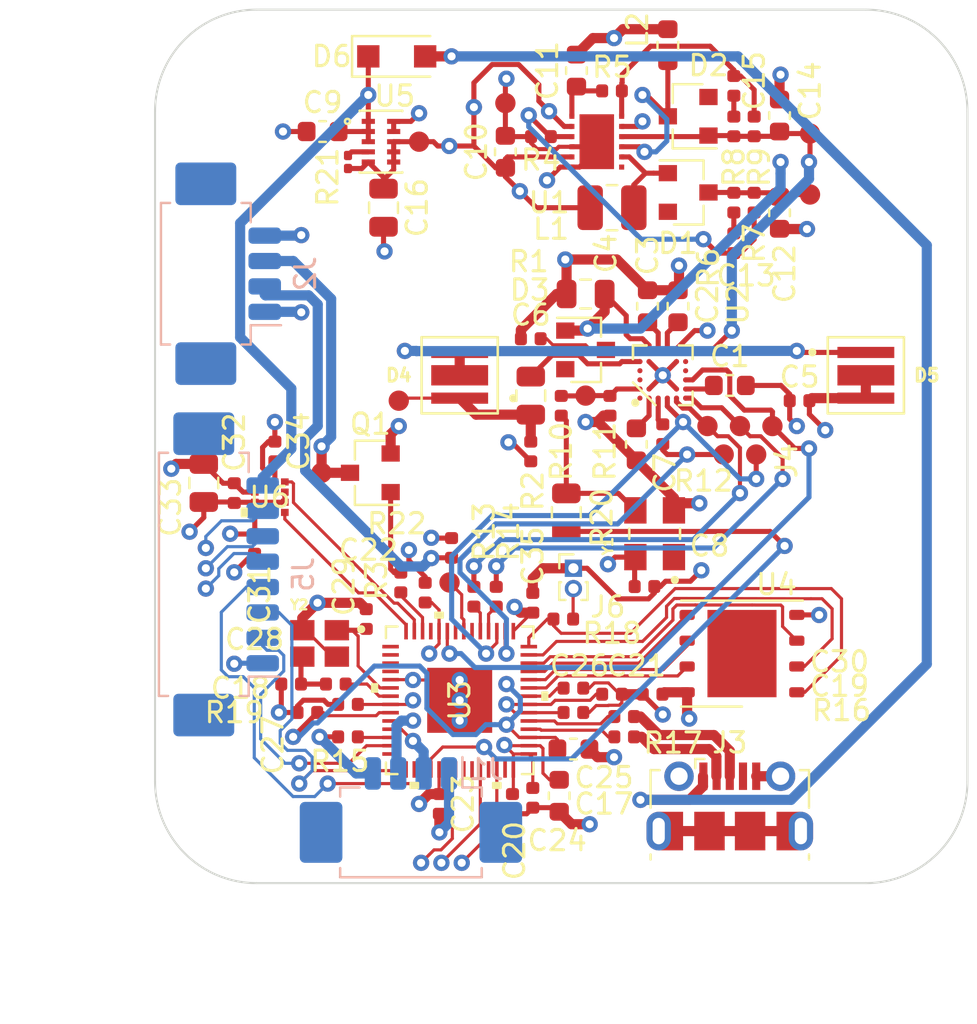
<source format=kicad_pcb>
(kicad_pcb (version 20171130) (host pcbnew "(5.1.5)-3")
  (layers (0 F.Cu signal) (1 In1.Cu signal hide) (2 In2.Cu signal hide) (31 B.Cu signal) (34 B.Paste user) (35 F.Paste user) (36 B.SilkS user) (37 F.SilkS user) (38 B.Mask user) (39 F.Mask user) (44 Edge.Cuts user))
  (net 0 "")
  (net 1 GND)
  (net 2 "Net-(C1-Pad1)")
  (net 3 "Net-(C2-Pad1)")
  (net 4 "Net-(C3-Pad1)")
  (net 5 +8.5V)
  (net 6 +3.3V)
  (net 7 "Net-(C6-Pad2)")
  (net 8 "Net-(C7-Pad2)")
  (net 9 +5V)
  (net 10 "Net-(C11-Pad1)")
  (net 11 "Net-(C13-Pad2)")
  (net 12 "Net-(C13-Pad1)")
  (net 13 -10V)
  (net 14 "Net-(C15-Pad2)")
  (net 15 "Net-(C15-Pad1)")
  (net 16 "Net-(C25-Pad1)")
  (net 17 "Net-(C28-Pad1)")
  (net 18 "Net-(C29-Pad1)")
  (net 19 "Net-(C34-Pad2)")
  (net 20 "Net-(D1-Pad2)")
  (net 21 "Net-(D2-Pad1)")
  (net 22 "Net-(D4-PadC)")
  (net 23 "Net-(D4-PadA)")
  (net 24 SWCLK)
  (net 25 SWDIO)
  (net 26 MTR-)
  (net 27 ENC)
  (net 28 USB+)
  (net 29 "Net-(J3-Pad4)")
  (net 30 USB-)
  (net 31 DATA_RDY)
  (net 32 SS)
  (net 33 MISO)
  (net 34 MOSI)
  (net 35 SPICLK)
  (net 36 PWM6)
  (net 37 PWM5)
  (net 38 PWM3)
  (net 39 PWM2)
  (net 40 PWM1)
  (net 41 PWM0)
  (net 42 "Net-(J6-Pad2)")
  (net 43 "Net-(Q1-Pad1)")
  (net 44 "Net-(R1-Pad2)")
  (net 45 "Net-(R3-Pad2)")
  (net 46 4MHZ_CLK)
  (net 47 "Net-(R10-Pad1)")
  (net 48 "Net-(R12-Pad1)")
  (net 49 "Net-(R13-Pad2)")
  (net 50 "Net-(R14-Pad2)")
  (net 51 "Net-(R15-Pad1)")
  (net 52 "Net-(R16-Pad1)")
  (net 53 "Net-(R17-Pad1)")
  (net 54 "Net-(R18-Pad2)")
  (net 55 "Net-(R19-Pad1)")
  (net 56 "Net-(R20-Pad2)")
  (net 57 "Net-(R21-Pad1)")
  (net 58 "Net-(U1-Pad1)")
  (net 59 "Net-(U2-Pad5)")
  (net 60 "Net-(U2-Pad4)")
  (net 61 "Net-(U2-Pad13)")
  (net 62 "Net-(U2-Pad14)")
  (net 63 "Net-(U2-Pad16)")
  (net 64 "Net-(U3-Pad6)")
  (net 65 "Net-(U3-Pad8)")
  (net 66 "Net-(U3-Pad11)")
  (net 67 SDA)
  (net 68 SCL)
  (net 69 "Net-(U3-Pad15)")
  (net 70 "Net-(U3-Pad16)")
  (net 71 "Net-(U3-Pad17)")
  (net 72 "Net-(U3-Pad18)")
  (net 73 "Net-(U3-Pad28)")
  (net 74 "Net-(U3-Pad30)")
  (net 75 "Net-(U3-Pad35)")
  (net 76 "Net-(U3-Pad36)")
  (net 77 "Net-(U3-Pad37)")
  (net 78 "Net-(U3-Pad39)")
  (net 79 "Net-(U3-Pad41)")
  (net 80 "Net-(U3-Pad51)")
  (net 81 "Net-(U3-Pad52)")
  (net 82 "Net-(U3-Pad53)")
  (net 83 "Net-(U3-Pad54)")
  (net 84 "Net-(U3-Pad55)")
  (net 85 "Net-(U4-Pad9)")
  (net 86 "Net-(U6-Pad7)")
  (net 87 "Net-(U6-Pad11)")
  (net 88 "Net-(U6-Pad12)")
  (net 89 "Net-(Y1-Pad1)")
  (net 90 "Net-(D6-Pad2)")
  (module Diode_SMD:D_SOD-123F (layer F.Cu) (at 91.9 74.3)
    (fp_text reference D6 (at -3.2 0) (layer F.SilkS))
    (fp_text value DSS14UTR)
    (pad 2 smd rect (at 1.4 0) (size 1.1 1.1) (layers F.Cu F.Paste F.Mask) (net 90 "Net-(D6-Pad2)"))
    (pad 1 smd rect (at -1.4 0) (size 1.1 1.1) (layers F.Cu F.Paste F.Mask) (net 9 +5V))
  )
  (module Capacitor_SMD:C_0402_1005Metric (layer F.Cu) (at 98.6 101.2 90)
    (fp_text reference C35 (at 2.3 0 90) (layer F.SilkS))
    (fp_text value 100n)
    (pad 2 smd roundrect (at 0.485 0 90) (size 0.59 0.64) (layers F.Cu F.Paste F.Mask) (net 1 GND))
    (pad 1 smd roundrect (at -0.485 0 90) (size 0.59 0.64) (layers F.Cu F.Paste F.Mask) (net 6 +3.3V))
  )
  (module Resistor_SMD:R_0201_0603Metric (layer F.Cu) (at 89.5 79.5 270)
    (fp_text reference R21 (at 0.75 1 90) (layer F.SilkS))
    (fp_text value 100k)
    (pad 2 smd roundrect (at 0.32 0 270) (size 0.46 0.4) (layers F.Cu F.Mask) (net 6 +3.3V))
    (pad 1 smd roundrect (at -0.32 0 270) (size 0.46 0.4) (layers F.Cu F.Mask) (net 57 "Net-(R21-Pad1)"))
  )
  (module "EPC611 LIDAR:test point" (layer F.Cu) (at 97.25 75 180)
    (fp_text reference TP8)
    (fp_text value Conn_01x01)
    (pad 1 smd circle (at 0 -1.6 180) (size 1 1) (layers F.Cu F.Paste F.Mask) (net 1 GND))
  )
  (module "EPC611 LIDAR:XTAL_ECS-120-8-36B-CWY-TR" (layer F.Cu) (at 88.1 103.2 180)
    (fp_text reference Y2 (at 1 1.9) (layer F.SilkS) (effects (font (size 0.480799 0.480799))))
    (fp_text value ECS-120-8-36B-CWY-TR)
    (pad 1 smd rect (at -0.85 0.65 180) (size 1.2 1) (layers F.Cu F.Paste F.Mask) (net 18 "Net-(C29-Pad1)"))
    (pad 2 smd rect (at 0.85 0.65 180) (size 1.2 1) (layers F.Cu F.Paste F.Mask) (net 1 GND))
    (pad 3 smd rect (at 0.85 -0.65 180) (size 1.2 1) (layers F.Cu F.Paste F.Mask) (net 17 "Net-(C28-Pad1)"))
    (pad 4 smd rect (at -0.85 -0.65 180) (size 1.2 1) (layers F.Cu F.Paste F.Mask) (net 1 GND))
  )
  (module "EPC611 LIDAR:OSC_ECS-2333-040-BN-TR" (layer F.Cu) (at 104.6 97.8 90)
    (fp_text reference Y1 (at -0.609668 -2.301325 90) (layer F.SilkS) (effects (font (size 0.480527 0.480527))))
    (fp_text value ECS-2333-040-BN-TR)
    (pad 1 smd rect (at -1.15 0.95 90) (size 1.3 1.1) (layers F.Cu F.Paste F.Mask) (net 89 "Net-(Y1-Pad1)"))
    (pad 2 smd rect (at 1.15 0.95 90) (size 1.3 1.1) (layers F.Cu F.Paste F.Mask) (net 1 GND))
    (pad 3 smd rect (at 1.15 -0.95 90) (size 1.3 1.1) (layers F.Cu F.Paste F.Mask) (net 46 4MHZ_CLK))
    (pad 4 smd rect (at -1.15 -0.95 90) (size 1.3 1.1) (layers F.Cu F.Paste F.Mask) (net 6 +3.3V))
  )
  (module "EPC611 LIDAR:LSM303AGRTR" (layer F.Cu) (at 85.65 96 180)
    (fp_text reference U6 (at 0 0) (layer F.SilkS))
    (fp_text value LSM303AGRTR)
    (pad 1 smd rect (at -0.7388 -0.750189 270) (size 0.351536 0.376682) (layers F.Cu F.Paste F.Mask) (net 68 SCL))
    (pad 2 smd rect (at -0.7388 -0.250063 270) (size 0.351536 0.376682) (layers F.Cu F.Paste F.Mask) (net 6 +3.3V))
    (pad 3 smd rect (at -0.7388 0.250063 270) (size 0.351536 0.376682) (layers F.Cu F.Paste F.Mask) (net 6 +3.3V))
    (pad 4 smd rect (at -0.7388 0.750189 270) (size 0.351536 0.376682) (layers F.Cu F.Paste F.Mask) (net 67 SDA))
    (pad 5 smd rect (at -0.250063 0.7388 180) (size 0.351536 0.376682) (layers F.Cu F.Paste F.Mask) (net 19 "Net-(C34-Pad2)"))
    (pad 6 smd rect (at 0.250063 0.7388 180) (size 0.351536 0.376682) (layers F.Cu F.Paste F.Mask) (net 1 GND))
    (pad 7 smd rect (at 0.7388 0.750189 270) (size 0.351536 0.376682) (layers F.Cu F.Paste F.Mask) (net 86 "Net-(U6-Pad7)"))
    (pad 8 smd rect (at 0.7388 0.250063 270) (size 0.351536 0.376682) (layers F.Cu F.Paste F.Mask) (net 1 GND))
    (pad 9 smd rect (at 0.7388 -0.250063 270) (size 0.351536 0.376682) (layers F.Cu F.Paste F.Mask) (net 6 +3.3V))
    (pad 10 smd rect (at 0.7388 -0.750189 270) (size 0.351536 0.376682) (layers F.Cu F.Paste F.Mask) (net 6 +3.3V))
    (pad 11 smd rect (at 0.250063 -0.7388 180) (size 0.351536 0.376682) (layers F.Cu F.Paste F.Mask) (net 87 "Net-(U6-Pad11)"))
    (pad 12 smd rect (at -0.250063 -0.7388 180) (size 0.351536 0.376682) (layers F.Cu F.Paste F.Mask) (net 88 "Net-(U6-Pad12)"))
  )
  (module "EPC611 LIDAR:TPSM828214SILR" (layer F.Cu) (at 91.125 78.500001)
    (fp_text reference U5 (at 0.675 -2.250001) (layer F.SilkS))
    (fp_text value TPSM828214SILR)
    (pad 1 smd rect (at -0.625 -1.000001) (size 0.650001 0.249999) (layers F.Cu F.Paste F.Mask) (net 9 +5V))
    (pad 2 smd rect (at -0.625 -0.499999) (size 0.650001 0.249999) (layers F.Cu F.Paste F.Mask) (net 9 +5V))
    (pad 3 smd rect (at -0.625 0) (size 0.650001 0.249999) (layers F.Cu F.Paste F.Mask) (net 9 +5V))
    (pad 4 smd rect (at -0.625 0.499999) (size 0.650001 0.249999) (layers F.Cu F.Paste F.Mask) (net 57 "Net-(R21-Pad1)"))
    (pad 5 smd rect (at -0.625 1.000001) (size 0.650001 0.249999) (layers F.Cu F.Paste F.Mask) (net 6 +3.3V))
    (pad 6 smd rect (at 0.625 1.000001) (size 0.650001 0.249999) (layers F.Cu F.Paste F.Mask) (net 6 +3.3V))
    (pad 7 smd rect (at 0.625 0.499999) (size 0.650001 0.249999) (layers F.Cu F.Paste F.Mask) (net 6 +3.3V))
    (pad 8 smd rect (at 0.625 0) (size 0.650001 0.249999) (layers F.Cu F.Paste F.Mask) (net 6 +3.3V))
    (pad 9 smd rect (at 0.625 -0.499999) (size 0.650001 0.249999) (layers F.Cu F.Paste F.Mask) (net 1 GND))
    (pad 10 smd rect (at 0.625 -1.000001) (size 0.650001 0.249999) (layers F.Cu F.Paste F.Mask) (net 1 GND))
  )
  (module Package_SON:WSON-8-1EP_6x5mm_P1.27mm_EP3.4x4.3mm (layer F.Cu) (at 108.9 103.7 180)
    (fp_text reference U4 (at -1.7 3.4) (layer F.SilkS))
    (fp_text value W25Q32JVZP)
    (pad 9 smd rect (at 0 0 180) (size 3.4 4.3) (layers F.Cu F.Mask) (net 85 "Net-(U4-Pad9)"))
    (pad 8 smd roundrect (at 2.7 -1.905 180) (size 0.75 0.5) (layers F.Cu F.Paste F.Mask) (net 6 +3.3V))
    (pad 7 smd roundrect (at 2.7 -0.635 180) (size 0.75 0.5) (layers F.Cu F.Paste F.Mask) (net 80 "Net-(U3-Pad51)"))
    (pad 6 smd roundrect (at 2.7 0.635 180) (size 0.75 0.5) (layers F.Cu F.Paste F.Mask) (net 81 "Net-(U3-Pad52)"))
    (pad 5 smd roundrect (at 2.7 1.905 180) (size 0.75 0.5) (layers F.Cu F.Paste F.Mask) (net 82 "Net-(U3-Pad53)"))
    (pad 4 smd roundrect (at -2.7 1.905 180) (size 0.75 0.5) (layers F.Cu F.Paste F.Mask) (net 1 GND))
    (pad 3 smd roundrect (at -2.7 0.635 180) (size 0.75 0.5) (layers F.Cu F.Paste F.Mask) (net 83 "Net-(U3-Pad54)"))
    (pad 2 smd roundrect (at -2.7 -0.635 180) (size 0.75 0.5) (layers F.Cu F.Paste F.Mask) (net 84 "Net-(U3-Pad55)"))
    (pad 1 smd roundrect (at -2.7 -1.905 180) (size 0.75 0.5) (layers F.Cu F.Paste F.Mask) (net 54 "Net-(R18-Pad2)"))
  )
  (module "EPC611 LIDAR:RP2040" (layer F.Cu) (at 95 106 270)
    (fp_text reference U3 (at 0 0 90) (layer F.SilkS))
    (fp_text value RP2040)
    (pad 1 smd rect (at -3.4036 -2.6416) (size 0.1778 0.8128) (layers F.Cu F.Paste F.Mask) (net 6 +3.3V))
    (pad 2 smd rect (at -3.4036 -2.2352) (size 0.1778 0.8128) (layers F.Cu F.Paste F.Mask) (net 33 MISO))
    (pad 3 smd rect (at -3.4036 -1.8288) (size 0.1778 0.8128) (layers F.Cu F.Paste F.Mask) (net 32 SS))
    (pad 4 smd rect (at -3.4036 -1.4224) (size 0.1778 0.8128) (layers F.Cu F.Paste F.Mask) (net 50 "Net-(R14-Pad2)"))
    (pad 5 smd rect (at -3.4036 -1.016) (size 0.1778 0.8128) (layers F.Cu F.Paste F.Mask) (net 49 "Net-(R13-Pad2)"))
    (pad 6 smd rect (at -3.4036 -0.6096) (size 0.1778 0.8128) (layers F.Cu F.Paste F.Mask) (net 64 "Net-(U3-Pad6)"))
    (pad 7 smd rect (at -3.4036 -0.2032) (size 0.1778 0.8128) (layers F.Cu F.Paste F.Mask) (net 27 ENC))
    (pad 8 smd rect (at -3.4036 0.2032) (size 0.1778 0.8128) (layers F.Cu F.Paste F.Mask) (net 65 "Net-(U3-Pad8)"))
    (pad 9 smd rect (at -3.4036 0.6096) (size 0.1778 0.8128) (layers F.Cu F.Paste F.Mask) (net 31 DATA_RDY))
    (pad 10 smd rect (at -3.4036 1.016) (size 0.1778 0.8128) (layers F.Cu F.Paste F.Mask) (net 6 +3.3V))
    (pad 11 smd rect (at -3.4036 1.4224) (size 0.1778 0.8128) (layers F.Cu F.Paste F.Mask) (net 66 "Net-(U3-Pad11)"))
    (pad 12 smd rect (at -3.4036 1.8288) (size 0.1778 0.8128) (layers F.Cu F.Paste F.Mask) (net 45 "Net-(R3-Pad2)"))
    (pad 13 smd rect (at -3.4036 2.2352) (size 0.1778 0.8128) (layers F.Cu F.Paste F.Mask) (net 67 SDA))
    (pad 14 smd rect (at -3.4036 2.6416) (size 0.1778 0.8128) (layers F.Cu F.Paste F.Mask) (net 68 SCL))
    (pad 15 smd rect (at -2.6416 3.4036 270) (size 0.1778 0.8128) (layers F.Cu F.Paste F.Mask) (net 69 "Net-(U3-Pad15)"))
    (pad 16 smd rect (at -2.2352 3.4036 270) (size 0.1778 0.8128) (layers F.Cu F.Paste F.Mask) (net 70 "Net-(U3-Pad16)"))
    (pad 17 smd rect (at -1.8288 3.4036 270) (size 0.1778 0.8128) (layers F.Cu F.Paste F.Mask) (net 71 "Net-(U3-Pad17)"))
    (pad 18 smd rect (at -1.4224 3.4036 270) (size 0.1778 0.8128) (layers F.Cu F.Paste F.Mask) (net 72 "Net-(U3-Pad18)"))
    (pad 19 smd rect (at -1.016 3.4036 270) (size 0.1778 0.8128) (layers F.Cu F.Paste F.Mask) (net 1 GND))
    (pad 20 smd rect (at -0.6096 3.4036 270) (size 0.1778 0.8128) (layers F.Cu F.Paste F.Mask) (net 18 "Net-(C29-Pad1)"))
    (pad 21 smd rect (at -0.2032 3.4036 270) (size 0.1778 0.8128) (layers F.Cu F.Paste F.Mask) (net 55 "Net-(R19-Pad1)"))
    (pad 22 smd rect (at 0.2032 3.4036 270) (size 0.1778 0.8128) (layers F.Cu F.Paste F.Mask) (net 6 +3.3V))
    (pad 23 smd rect (at 0.6096 3.4036 270) (size 0.1778 0.8128) (layers F.Cu F.Paste F.Mask) (net 16 "Net-(C25-Pad1)"))
    (pad 24 smd rect (at 1.016 3.4036 270) (size 0.1778 0.8128) (layers F.Cu F.Paste F.Mask) (net 24 SWCLK))
    (pad 25 smd rect (at 1.4224 3.4036 270) (size 0.1778 0.8128) (layers F.Cu F.Paste F.Mask) (net 25 SWDIO))
    (pad 26 smd rect (at 1.8288 3.4036 270) (size 0.1778 0.8128) (layers F.Cu F.Paste F.Mask) (net 51 "Net-(R15-Pad1)"))
    (pad 27 smd rect (at 2.2352 3.4036 270) (size 0.1778 0.8128) (layers F.Cu F.Paste F.Mask) (net 41 PWM0))
    (pad 28 smd rect (at 2.6416 3.4036 270) (size 0.1778 0.8128) (layers F.Cu F.Paste F.Mask) (net 73 "Net-(U3-Pad28)"))
    (pad 29 smd rect (at 3.4036 2.6416) (size 0.1778 0.8128) (layers F.Cu F.Paste F.Mask) (net 40 PWM1))
    (pad 30 smd rect (at 3.4036 2.2352) (size 0.1778 0.8128) (layers F.Cu F.Paste F.Mask) (net 74 "Net-(U3-Pad30)"))
    (pad 31 smd rect (at 3.4036 1.8288) (size 0.1778 0.8128) (layers F.Cu F.Paste F.Mask) (net 39 PWM2))
    (pad 32 smd rect (at 3.4036 1.4224) (size 0.1778 0.8128) (layers F.Cu F.Paste F.Mask) (net 56 "Net-(R20-Pad2)"))
    (pad 33 smd rect (at 3.4036 1.016) (size 0.1778 0.8128) (layers F.Cu F.Paste F.Mask) (net 6 +3.3V))
    (pad 34 smd rect (at 3.4036 0.6096) (size 0.1778 0.8128) (layers F.Cu F.Paste F.Mask) (net 38 PWM3))
    (pad 35 smd rect (at 3.4036 0.2032) (size 0.1778 0.8128) (layers F.Cu F.Paste F.Mask) (net 75 "Net-(U3-Pad35)"))
    (pad 36 smd rect (at 3.4036 -0.2032) (size 0.1778 0.8128) (layers F.Cu F.Paste F.Mask) (net 76 "Net-(U3-Pad36)"))
    (pad 37 smd rect (at 3.4036 -0.6096) (size 0.1778 0.8128) (layers F.Cu F.Paste F.Mask) (net 77 "Net-(U3-Pad37)"))
    (pad 38 smd rect (at 3.4036 -1.016) (size 0.1778 0.8128) (layers F.Cu F.Paste F.Mask) (net 37 PWM5))
    (pad 39 smd rect (at 3.4036 -1.4224) (size 0.1778 0.8128) (layers F.Cu F.Paste F.Mask) (net 78 "Net-(U3-Pad39)"))
    (pad 40 smd rect (at 3.4036 -1.8288) (size 0.1778 0.8128) (layers F.Cu F.Paste F.Mask) (net 36 PWM6))
    (pad 41 smd rect (at 3.4036 -2.2352) (size 0.1778 0.8128) (layers F.Cu F.Paste F.Mask) (net 79 "Net-(U3-Pad41)"))
    (pad 42 smd rect (at 3.4036 -2.6416) (size 0.1778 0.8128) (layers F.Cu F.Paste F.Mask) (net 6 +3.3V))
    (pad 43 smd rect (at 2.6416 -3.4036 270) (size 0.1778 0.8128) (layers F.Cu F.Paste F.Mask) (net 6 +3.3V))
    (pad 44 smd rect (at 2.2352 -3.4036 270) (size 0.1778 0.8128) (layers F.Cu F.Paste F.Mask) (net 6 +3.3V))
    (pad 45 smd rect (at 1.8288 -3.4036 270) (size 0.1778 0.8128) (layers F.Cu F.Paste F.Mask) (net 16 "Net-(C25-Pad1)"))
    (pad 46 smd rect (at 1.4224 -3.4036 270) (size 0.1778 0.8128) (layers F.Cu F.Paste F.Mask) (net 53 "Net-(R17-Pad1)"))
    (pad 47 smd rect (at 1.016 -3.4036 270) (size 0.1778 0.8128) (layers F.Cu F.Paste F.Mask) (net 52 "Net-(R16-Pad1)"))
    (pad 48 smd rect (at 0.6096 -3.4036 270) (size 0.1778 0.8128) (layers F.Cu F.Paste F.Mask) (net 6 +3.3V))
    (pad 49 smd rect (at 0.2032 -3.4036 270) (size 0.1778 0.8128) (layers F.Cu F.Paste F.Mask) (net 6 +3.3V))
    (pad 50 smd rect (at -0.2032 -3.4036 270) (size 0.1778 0.8128) (layers F.Cu F.Paste F.Mask) (net 16 "Net-(C25-Pad1)"))
    (pad 51 smd rect (at -0.6096 -3.4036 270) (size 0.1778 0.8128) (layers F.Cu F.Paste F.Mask) (net 80 "Net-(U3-Pad51)"))
    (pad 52 smd rect (at -1.016 -3.4036 270) (size 0.1778 0.8128) (layers F.Cu F.Paste F.Mask) (net 81 "Net-(U3-Pad52)"))
    (pad 53 smd rect (at -1.4224 -3.4036 270) (size 0.1778 0.8128) (layers F.Cu F.Paste F.Mask) (net 82 "Net-(U3-Pad53)"))
    (pad 54 smd rect (at -1.8288 -3.4036 270) (size 0.1778 0.8128) (layers F.Cu F.Paste F.Mask) (net 83 "Net-(U3-Pad54)"))
    (pad 55 smd rect (at -2.2352 -3.4036 270) (size 0.1778 0.8128) (layers F.Cu F.Paste F.Mask) (net 84 "Net-(U3-Pad55)"))
    (pad 56 smd rect (at -2.6416 -3.4036 270) (size 0.1778 0.8128) (layers F.Cu F.Paste F.Mask) (net 54 "Net-(R18-Pad2)"))
    (pad 57 smd rect (at 0 0 270) (size 3.2004 3.2004) (layers F.Cu F.Paste F.Mask) (net 1 GND))
  )
  (module "EPC611 LIDAR:EPC611" (layer F.Cu) (at 105 90 90)
    (fp_text reference U2 (at 3.5 3.7 90) (layer F.SilkS))
    (fp_text value EPC611)
    (pad 6 smd circle (at 1.125 1.125 90) (size 0.25 0.25) (layers F.Cu F.Paste F.Mask) (net 13 -10V))
    (pad 7 smd circle (at 1.125 0.675 90) (size 0.25 0.25) (layers F.Cu F.Paste F.Mask) (net 6 +3.3V))
    (pad 8 smd circle (at 1.125 0.225 90) (size 0.25 0.25) (layers F.Cu F.Paste F.Mask) (net 3 "Net-(C2-Pad1)"))
    (pad 9 smd circle (at 1.125 -0.225 90) (size 0.25 0.25) (layers F.Cu F.Paste F.Mask) (net 4 "Net-(C3-Pad1)"))
    (pad 10 smd circle (at 1.125 -0.675 90) (size 0.25 0.25) (layers F.Cu F.Paste F.Mask) (net 5 +8.5V))
    (pad 11 smd circle (at 1.125 -1.125 90) (size 0.25 0.25) (layers F.Cu F.Paste F.Mask) (net 7 "Net-(C6-Pad2)"))
    (pad 5 smd circle (at 0.675 1.125 90) (size 0.25 0.25) (layers F.Cu F.Paste F.Mask) (net 59 "Net-(U2-Pad5)"))
    (pad 22 smd circle (at 0.675 0.675 90) (size 0.25 0.25) (layers F.Cu F.Paste F.Mask) (net 1 GND))
    (pad 23 smd circle (at 0.675 -0.675 90) (size 0.25 0.25) (layers F.Cu F.Paste F.Mask) (net 1 GND))
    (pad 12 smd circle (at 0.675 -1.125 90) (size 0.25 0.25) (layers F.Cu F.Paste F.Mask) (net 44 "Net-(R1-Pad2)"))
    (pad 4 smd circle (at 0.225 1.125 90) (size 0.25 0.25) (layers F.Cu F.Paste F.Mask) (net 60 "Net-(U2-Pad4)"))
    (pad 13 smd circle (at 0.225 -1.125 90) (size 0.25 0.25) (layers F.Cu F.Paste F.Mask) (net 61 "Net-(U2-Pad13)"))
    (pad 3 smd circle (at -0.225 1.125 90) (size 0.25 0.25) (layers F.Cu F.Paste F.Mask) (net 31 DATA_RDY))
    (pad 14 smd circle (at -0.225 -1.125 90) (size 0.25 0.25) (layers F.Cu F.Paste F.Mask) (net 62 "Net-(U2-Pad14)"))
    (pad 2 smd circle (at -0.675 1.125 90) (size 0.25 0.25) (layers F.Cu F.Paste F.Mask) (net 2 "Net-(C1-Pad1)"))
    (pad 21 smd circle (at -0.675 0.675 90) (size 0.25 0.25) (layers F.Cu F.Paste F.Mask) (net 1 GND))
    (pad 24 smd circle (at -0.675 -0.675 90) (size 0.25 0.25) (layers F.Cu F.Paste F.Mask) (net 1 GND))
    (pad 15 smd circle (at -0.675 -1.125 90) (size 0.25 0.25) (layers F.Cu F.Paste F.Mask) (net 47 "Net-(R10-Pad1)"))
    (pad 1 smd circle (at -1.125 1.125 90) (size 0.25 0.25) (layers F.Cu F.Paste F.Mask) (net 34 MOSI))
    (pad 20 smd circle (at -1.125 0.675 90) (size 0.25 0.25) (layers F.Cu F.Paste F.Mask) (net 35 SPICLK))
    (pad 19 smd circle (at -1.125 0.225 90) (size 0.25 0.25) (layers F.Cu F.Paste F.Mask) (net 32 SS))
    (pad 18 smd circle (at -1.125 -0.225 90) (size 0.25 0.25) (layers F.Cu F.Paste F.Mask) (net 48 "Net-(R12-Pad1)"))
    (pad 17 smd circle (at -1.125 -0.675 90) (size 0.25 0.25) (layers F.Cu F.Paste F.Mask) (net 8 "Net-(C7-Pad2)"))
    (pad 16 smd circle (at -1.125 -1.125 90) (size 0.25 0.25) (layers F.Cu F.Paste F.Mask) (net 63 "Net-(U2-Pad16)"))
  )
  (module "EPC611 LIDAR:R1283x" (layer F.Cu) (at 101.75 78.5 180)
    (fp_text reference U1 (at 2.35 -3 180) (layer F.SilkS))
    (fp_text value R1283K001C)
    (pad 7 smd rect (at 1.225 1.25 180) (size 0.25 0.25) (layers F.Cu F.Paste F.Mask) (net 10 "Net-(C11-Pad1)"))
    (pad 6 smd rect (at -1.225 1.25 180) (size 0.25 0.25) (layers F.Cu F.Paste F.Mask) (net 14 "Net-(C15-Pad2)"))
    (pad 10 smd rect (at 0 0 180) (size 1.7 2.7) (layers F.Cu F.Paste F.Mask) (net 1 GND))
    (pad 12 smd rect (at 1.225 -1.25 180) (size 0.25 0.25) (layers F.Cu F.Paste F.Mask) (net 1 GND))
    (pad 11 smd rect (at 1.225 -0.75 180) (size 0.25 0.25) (layers F.Cu F.Paste F.Mask) (net 6 +3.3V))
    (pad 10 smd rect (at 1.225 -0.25 180) (size 0.25 0.25) (layers F.Cu F.Paste F.Mask) (net 1 GND))
    (pad 9 smd rect (at 1.225 0.25 180) (size 0.25 0.25) (layers F.Cu F.Paste F.Mask) (net 12 "Net-(C13-Pad1)"))
    (pad 8 smd rect (at 1.225 0.75 180) (size 0.25 0.25) (layers F.Cu F.Paste F.Mask) (net 6 +3.3V))
    (pad 5 smd rect (at -1.225 0.75 180) (size 0.25 0.25) (layers F.Cu F.Paste F.Mask) (net 6 +3.3V))
    (pad 4 smd rect (at -1.225 0.25 180) (size 0.25 0.25) (layers F.Cu F.Paste F.Mask) (net 13 -10V))
    (pad 3 smd rect (at -1.225 -0.25 180) (size 0.25 0.25) (layers F.Cu F.Paste F.Mask) (net 21 "Net-(D2-Pad1)"))
    (pad 2 smd rect (at -1.225 -0.75 180) (size 0.25 0.25) (layers F.Cu F.Paste F.Mask) (net 20 "Net-(D1-Pad2)"))
    (pad 1 smd rect (at -1.225 -1.25 180) (size 0.25 0.25) (layers F.Cu F.Paste F.Mask) (net 58 "Net-(U1-Pad1)"))
  )
  (module "EPC611 LIDAR:test point" (layer F.Cu) (at 94.5 101.8)
    (fp_text reference TP7)
    (fp_text value Conn_01x01)
    (pad 1 smd circle (at 0 -1.6) (size 1 1) (layers F.Cu F.Paste F.Mask) (net 27 ENC))
  )
  (module "EPC611 LIDAR:test point" (layer F.Cu) (at 88.2 96.4)
    (fp_text reference TP6)
    (fp_text value Conn_01x01)
    (pad 1 smd circle (at 0 -1.6) (size 1 1) (layers F.Cu F.Paste F.Mask) (net 26 MTR-))
  )
  (module "EPC611 LIDAR:test point" (layer F.Cu) (at 93.6 91.25 90)
    (fp_text reference TP5)
    (fp_text value Conn_01x01)
    (pad 1 smd circle (at 0 -1.6 90) (size 1 1) (layers F.Cu F.Paste F.Mask) (net 22 "Net-(D4-PadC)"))
  )
  (module "EPC611 LIDAR:test point" (layer F.Cu) (at 101.2 92.6)
    (fp_text reference TP4)
    (fp_text value Conn_01x01)
    (pad 1 smd circle (at 0 -1.6) (size 1 1) (layers F.Cu F.Paste F.Mask) (net 47 "Net-(R10-Pad1)"))
  )
  (module "EPC611 LIDAR:test point" (layer F.Cu) (at 93 80.1)
    (fp_text reference TP3)
    (fp_text value Conn_01x01)
    (pad 1 smd circle (at 0 -1.6) (size 1 1) (layers F.Cu F.Paste F.Mask) (net 6 +3.3V))
  )
  (module "EPC611 LIDAR:test point" (layer F.Cu) (at 112.25 79.5 180)
    (fp_text reference TP2)
    (fp_text value Conn_01x01)
    (pad 1 smd circle (at 0 -1.6 180) (size 1 1) (layers F.Cu F.Paste F.Mask) (net 5 +8.5V))
  )
  (module "EPC611 LIDAR:test point" (layer F.Cu) (at 112.25 76.5 180)
    (fp_text reference TP1)
    (fp_text value Conn_01x01)
    (pad 1 smd circle (at 0 -1.6 180) (size 1 1) (layers F.Cu F.Paste F.Mask) (net 13 -10V))
  )
  (module Resistor_SMD:R_0402_1005Metric (layer F.Cu) (at 94.6 98.5 270)
    (fp_text reference R22 (at -1.2 2.7 180) (layer F.SilkS))
    (fp_text value 10k)
    (pad 2 smd roundrect (at 0.485 0 270) (size 0.59 0.64) (layers F.Cu F.Paste F.Mask) (net 27 ENC))
    (pad 1 smd roundrect (at -0.485 0 270) (size 0.59 0.64) (layers F.Cu F.Paste F.Mask) (net 6 +3.3V))
  )
  (module Resistor_SMD:R_0805_2012Metric (layer F.Cu) (at 100.25 96.75 270)
    (fp_text reference R20 (at 0.25 -1.75 90) (layer F.SilkS))
    (fp_text value 0)
    (pad 2 smd roundrect (at 0.9375 0 270) (size 0.975 1.4) (layers F.Cu F.Paste F.Mask) (net 56 "Net-(R20-Pad2)"))
    (pad 1 smd roundrect (at -0.9375 0 270) (size 0.975 1.4) (layers F.Cu F.Paste F.Mask) (net 46 4MHZ_CLK))
  )
  (module Resistor_SMD:R_0402_1005Metric (layer F.Cu) (at 88.9 105.2 180)
    (fp_text reference R19 (at 5 -1.4) (layer F.SilkS))
    (fp_text value 1k)
    (pad 2 smd roundrect (at 0.485 0 180) (size 0.59 0.64) (layers F.Cu F.Paste F.Mask) (net 17 "Net-(C28-Pad1)"))
    (pad 1 smd roundrect (at -0.485 0 180) (size 0.59 0.64) (layers F.Cu F.Paste F.Mask) (net 55 "Net-(R19-Pad1)"))
  )
  (module Resistor_SMD:R_0402_1005Metric (layer F.Cu) (at 100.1 102 180)
    (fp_text reference R18 (at -2.4 -0.7) (layer F.SilkS))
    (fp_text value 1k)
    (pad 2 smd roundrect (at 0.485 0 180) (size 0.59 0.64) (layers F.Cu F.Paste F.Mask) (net 54 "Net-(R18-Pad2)"))
    (pad 1 smd roundrect (at -0.485 0 180) (size 0.59 0.64) (layers F.Cu F.Paste F.Mask) (net 42 "Net-(J6-Pad2)"))
  )
  (module Resistor_SMD:R_0402_1005Metric (layer F.Cu) (at 103.1 107.8)
    (fp_text reference R17 (at 2.4 0.3) (layer F.SilkS))
    (fp_text value 27.4)
    (pad 2 smd roundrect (at 0.485 0) (size 0.59 0.64) (layers F.Cu F.Paste F.Mask) (net 30 USB-))
    (pad 1 smd roundrect (at -0.485 0) (size 0.59 0.64) (layers F.Cu F.Paste F.Mask) (net 53 "Net-(R17-Pad1)"))
  )
  (module Resistor_SMD:R_0402_1005Metric (layer F.Cu) (at 103.1 106.8)
    (fp_text reference R16 (at 10.7 -0.3) (layer F.SilkS))
    (fp_text value 27.4)
    (pad 2 smd roundrect (at 0.485 0) (size 0.59 0.64) (layers F.Cu F.Paste F.Mask) (net 28 USB+))
    (pad 1 smd roundrect (at -0.485 0) (size 0.59 0.64) (layers F.Cu F.Paste F.Mask) (net 52 "Net-(R16-Pad1)"))
  )
  (module Resistor_SMD:R_0402_1005Metric (layer F.Cu) (at 89.5 107.8 180)
    (fp_text reference R15 (at 0.4 -1.2) (layer F.SilkS))
    (fp_text value 10k)
    (pad 2 smd roundrect (at 0.485 0 180) (size 0.59 0.64) (layers F.Cu F.Paste F.Mask) (net 6 +3.3V))
    (pad 1 smd roundrect (at -0.485 0 180) (size 0.59 0.64) (layers F.Cu F.Paste F.Mask) (net 51 "Net-(R15-Pad1)"))
  )
  (module Resistor_SMD:R_0402_1005Metric (layer F.Cu) (at 96.8 100.9 270)
    (fp_text reference R14 (at -3.2 -0.6 90) (layer F.SilkS))
    (fp_text value 49.9)
    (pad 2 smd roundrect (at 0.485 0 270) (size 0.59 0.64) (layers F.Cu F.Paste F.Mask) (net 50 "Net-(R14-Pad2)"))
    (pad 1 smd roundrect (at -0.485 0 270) (size 0.59 0.64) (layers F.Cu F.Paste F.Mask) (net 34 MOSI))
  )
  (module Resistor_SMD:R_0402_1005Metric (layer F.Cu) (at 95.7 100.9 270)
    (fp_text reference R13 (at -3.2 -0.5 90) (layer F.SilkS))
    (fp_text value 49.9)
    (pad 2 smd roundrect (at 0.485 0 270) (size 0.59 0.64) (layers F.Cu F.Paste F.Mask) (net 49 "Net-(R13-Pad2)"))
    (pad 1 smd roundrect (at -0.485 0 270) (size 0.59 0.64) (layers F.Cu F.Paste F.Mask) (net 35 SPICLK))
  )
  (module Resistor_SMD:R_0402_1005Metric (layer F.Cu) (at 105 92.9 270)
    (fp_text reference R12 (at 2.3 -2 180) (layer F.SilkS))
    (fp_text value 49.9)
    (pad 2 smd roundrect (at 0.485 0 270) (size 0.59 0.64) (layers F.Cu F.Paste F.Mask) (net 33 MISO))
    (pad 1 smd roundrect (at -0.485 0 270) (size 0.59 0.64) (layers F.Cu F.Paste F.Mask) (net 48 "Net-(R12-Pad1)"))
  )
  (module Resistor_SMD:R_0402_1005Metric (layer F.Cu) (at 102.4 91.5 90)
    (fp_text reference R11 (at -2.25 -0.25 90) (layer F.SilkS))
    (fp_text value 1k2)
    (pad 2 smd roundrect (at 0.485 0 90) (size 0.59 0.64) (layers F.Cu F.Paste F.Mask) (net 47 "Net-(R10-Pad1)"))
    (pad 1 smd roundrect (at -0.485 0 90) (size 0.59 0.64) (layers F.Cu F.Paste F.Mask) (net 1 GND))
  )
  (module Resistor_SMD:R_0402_1005Metric (layer F.Cu) (at 100 91.5 270)
    (fp_text reference R10 (at 2.25 0 90) (layer F.SilkS))
    (fp_text value 1k)
    (pad 2 smd roundrect (at 0.485 0 270) (size 0.59 0.64) (layers F.Cu F.Paste F.Mask) (net 46 4MHZ_CLK))
    (pad 1 smd roundrect (at -0.485 0 270) (size 0.59 0.64) (layers F.Cu F.Paste F.Mask) (net 47 "Net-(R10-Pad1)"))
  )
  (module Resistor_SMD:R_0402_1005Metric (layer F.Cu) (at 109.5 77.75 90)
    (fp_text reference R9 (at -2 0.25 90) (layer F.SilkS))
    (fp_text value 83k)
    (pad 2 smd roundrect (at 0.485 0 90) (size 0.59 0.64) (layers F.Cu F.Paste F.Mask) (net 14 "Net-(C15-Pad2)"))
    (pad 1 smd roundrect (at -0.485 0 90) (size 0.59 0.64) (layers F.Cu F.Paste F.Mask) (net 13 -10V))
  )
  (module Resistor_SMD:R_0402_1005Metric (layer F.Cu) (at 108.5 77.75 90)
    (fp_text reference R8 (at -2 0 90) (layer F.SilkS))
    (fp_text value 1k)
    (pad 2 smd roundrect (at 0.485 0 90) (size 0.59 0.64) (layers F.Cu F.Paste F.Mask) (net 15 "Net-(C15-Pad1)"))
    (pad 1 smd roundrect (at -0.485 0 90) (size 0.59 0.64) (layers F.Cu F.Paste F.Mask) (net 13 -10V))
  )
  (module Resistor_SMD:R_0402_1005Metric (layer F.Cu) (at 109.5 81.5 90)
    (fp_text reference R7 (at -2 0 90) (layer F.SilkS))
    (fp_text value 75k)
    (pad 2 smd roundrect (at 0.485 0 90) (size 0.59 0.64) (layers F.Cu F.Paste F.Mask) (net 5 +8.5V))
    (pad 1 smd roundrect (at -0.485 0 90) (size 0.59 0.64) (layers F.Cu F.Paste F.Mask) (net 12 "Net-(C13-Pad1)"))
  )
  (module Resistor_SMD:R_0402_1005Metric (layer F.Cu) (at 108.5 81.5 90)
    (fp_text reference R6 (at -3.2 -1.25 90) (layer F.SilkS))
    (fp_text value 1k)
    (pad 2 smd roundrect (at 0.485 0 90) (size 0.59 0.64) (layers F.Cu F.Paste F.Mask) (net 5 +8.5V))
    (pad 1 smd roundrect (at -0.485 0 90) (size 0.59 0.64) (layers F.Cu F.Paste F.Mask) (net 11 "Net-(C13-Pad2)"))
  )
  (module Resistor_SMD:R_0402_1005Metric (layer F.Cu) (at 102.5 76)
    (fp_text reference R5 (at 0 -1.17) (layer F.SilkS))
    (fp_text value 10k)
    (pad 2 smd roundrect (at 0.485 0) (size 0.59 0.64) (layers F.Cu F.Paste F.Mask) (net 14 "Net-(C15-Pad2)"))
    (pad 1 smd roundrect (at -0.485 0) (size 0.59 0.64) (layers F.Cu F.Paste F.Mask) (net 10 "Net-(C11-Pad1)"))
  )
  (module Resistor_SMD:R_0402_1005Metric (layer F.Cu) (at 99 78.25)
    (fp_text reference R4 (at 0 1.15) (layer F.SilkS))
    (fp_text value 10k)
    (pad 2 smd roundrect (at 0.485 0) (size 0.59 0.64) (layers F.Cu F.Paste F.Mask) (net 12 "Net-(C13-Pad1)"))
    (pad 1 smd roundrect (at -0.485 0) (size 0.59 0.64) (layers F.Cu F.Paste F.Mask) (net 1 GND))
  )
  (module Resistor_SMD:R_0402_1005Metric (layer F.Cu) (at 92.1 100.2 270)
    (fp_text reference R3 (at -0.1 1.2 90) (layer F.SilkS))
    (fp_text value 1k)
    (pad 2 smd roundrect (at 0.485 0 270) (size 0.59 0.64) (layers F.Cu F.Paste F.Mask) (net 45 "Net-(R3-Pad2)"))
    (pad 1 smd roundrect (at -0.485 0 270) (size 0.59 0.64) (layers F.Cu F.Paste F.Mask) (net 43 "Net-(Q1-Pad1)"))
  )
  (module Resistor_SMD:R_0402_1005Metric (layer F.Cu) (at 98.5 93.75 90)
    (fp_text reference R2 (at -1.95 0.1 90) (layer F.SilkS))
    (fp_text value 3k3)
    (pad 2 smd roundrect (at 0.485 0 90) (size 0.59 0.64) (layers F.Cu F.Paste F.Mask) (net 22 "Net-(D4-PadC)"))
    (pad 1 smd roundrect (at -0.485 0 90) (size 0.59 0.64) (layers F.Cu F.Paste F.Mask) (net 1 GND))
  )
  (module Resistor_SMD:R_0805_2012Metric (layer F.Cu) (at 98.5 91 90)
    (fp_text reference R1 (at 6.6 -0.1 180) (layer F.SilkS))
    (fp_text value 1)
    (pad 2 smd roundrect (at 0.9375 0 90) (size 0.975 1.4) (layers F.Cu F.Paste F.Mask) (net 44 "Net-(R1-Pad2)"))
    (pad 1 smd roundrect (at -0.9375 0 90) (size 0.975 1.4) (layers F.Cu F.Paste F.Mask) (net 22 "Net-(D4-PadC)"))
  )
  (module Package_TO_SOT_SMD:SOT-23 (layer F.Cu) (at 90.6 94.8 180)
    (fp_text reference Q1 (at 0 2.4) (layer F.SilkS))
    (fp_text value 2N7002P)
    (pad 3 smd rect (at 1 0 180) (size 0.9 0.8) (layers F.Cu F.Paste F.Mask) (net 26 MTR-))
    (pad 2 smd rect (at -1 0.95 180) (size 0.9 0.8) (layers F.Cu F.Paste F.Mask) (net 1 GND))
    (pad 1 smd rect (at -1 -0.95 180) (size 0.9 0.8) (layers F.Cu F.Paste F.Mask) (net 43 "Net-(Q1-Pad1)"))
  )
  (module Inductor_SMD:L_0603_1608Metric (layer F.Cu) (at 105.25 73.75 90)
    (fp_text reference L2 (at 0.75 -1.5 90) (layer F.SilkS))
    (fp_text value 1u)
    (pad 2 smd roundrect (at 0.7875 0 90) (size 0.875 0.95) (layers F.Cu F.Paste F.Mask) (net 1 GND))
    (pad 1 smd roundrect (at -0.7875 0 90) (size 0.875 0.95) (layers F.Cu F.Paste F.Mask) (net 21 "Net-(D2-Pad1)"))
  )
  (module Inductor_SMD:L_1008_2520Metric (layer F.Cu) (at 102.5 81.75)
    (fp_text reference L1 (at -3 1.05) (layer F.SilkS))
    (fp_text value 33u)
    (pad 2 smd roundrect (at 1.075 0) (size 1.25 2.2) (layers F.Cu F.Paste F.Mask) (roundrect_rratio 0.2) (net 20 "Net-(D1-Pad2)"))
    (pad 1 smd roundrect (at -1.075 0) (size 1.25 2.2) (layers F.Cu F.Paste F.Mask) (roundrect_rratio 0.2) (net 6 +3.3V))
  )
  (module Connector_PinHeader_1.00mm:PinHeader_1x02_P1.00mm_Vertical (layer F.Cu) (at 100.6 99.5)
    (fp_text reference J6 (at 1.7 1.9) (layer F.SilkS))
    (fp_text value "BOOT_SEL Jumper")
    (pad 2 thru_hole oval (at 0 1) (size 0.85 0.85) (drill 0.5) (layers *.Cu *.Mask) (net 42 "Net-(J6-Pad2)"))
    (pad 1 thru_hole rect (at 0 0) (size 0.85 0.85) (drill 0.5) (layers *.Cu *.Mask) (net 1 GND))
  )
  (module Connector_Molex:Molex_PicoBlade_53261-0871_1x08-1MP_P1.25mm_Horizontal (layer B.Cu) (at 82.9 99.8 90)
    (fp_text reference J5 (at 0 4.4 -90) (layer B.SilkS) (effects (justify mirror)))
    (fp_text value "PWM Outputs")
    (pad MP smd roundrect (at 6.925 -0.5 90) (size 2.1 3) (layers B.Cu B.Paste B.Mask) (roundrect_rratio 0.119))
    (pad MP smd roundrect (at -6.925 -0.5 90) (size 2.1 3) (layers B.Cu B.Paste B.Mask) (roundrect_rratio 0.119048))
    (pad 8 smd roundrect (at 4.375 2.4 90) (size 0.8 1.6) (layers B.Cu B.Paste B.Mask) (net 9 +5V))
    (pad 7 smd roundrect (at 3.125 2.4 90) (size 0.8 1.6) (layers B.Cu B.Paste B.Mask) (net 36 PWM6))
    (pad 6 smd roundrect (at 1.875 2.4 90) (size 0.8 1.6) (layers B.Cu B.Paste B.Mask) (net 37 PWM5))
    (pad 5 smd roundrect (at 0.625 2.4 90) (size 0.8 1.6) (layers B.Cu B.Paste B.Mask) (net 38 PWM3))
    (pad 4 smd roundrect (at -0.625 2.4 90) (size 0.8 1.6) (layers B.Cu B.Paste B.Mask) (net 39 PWM2))
    (pad 3 smd roundrect (at -1.875 2.4 90) (size 0.8 1.6) (layers B.Cu B.Paste B.Mask) (net 40 PWM1))
    (pad 2 smd roundrect (at -3.125 2.4 90) (size 0.8 1.6) (layers B.Cu B.Paste B.Mask) (net 41 PWM0))
    (pad 1 smd roundrect (at -4.375 2.4 90) (size 0.8 1.6) (layers B.Cu B.Paste B.Mask) (net 1 GND))
  )
  (module "EPC611 LIDAR:spi line debug" (layer F.Cu) (at 105.6 92.5 270)
    (fp_text reference J4 (at 1.7 -5.5 90) (layer F.SilkS))
    (fp_text value "SPI breakout")
    (pad 5 smd circle (at 0 -4.8 270) (size 1 1) (layers F.Cu F.Paste F.Mask) (net 31 DATA_RDY))
    (pad 4 smd circle (at 1.4 -4 270) (size 1 1) (layers F.Cu F.Paste F.Mask) (net 32 SS))
    (pad 2 smd circle (at 1.4 -2.4 270) (size 1 1) (layers F.Cu F.Paste F.Mask) (net 33 MISO))
    (pad 3 smd circle (at 0 -3.2 270) (size 1 1) (layers F.Cu F.Paste F.Mask) (net 34 MOSI))
    (pad 1 smd circle (at 0 -1.6 270) (size 1 1) (layers F.Cu F.Paste F.Mask) (net 35 SPICLK))
  )
  (module Connector_USB:USB_Micro-B_Molex-105017-0001 (layer F.Cu) (at 108.3 111.2)
    (fp_text reference J3 (at 0 -3.1125) (layer F.SilkS))
    (fp_text value USB_B_Micro)
    (pad 6 smd rect (at -2.9 1.2375) (size 1.2 1.9) (layers F.Cu F.Mask) (net 1 GND))
    (pad 6 smd rect (at 2.9 1.2375) (size 1.2 1.9) (layers F.Cu F.Mask) (net 1 GND))
    (pad 6 thru_hole oval (at 3.5 1.2375) (size 1.2 1.9) (drill oval 0.6 1.3) (layers *.Cu *.Mask) (net 1 GND))
    (pad 6 thru_hole oval (at -3.5 1.2375 180) (size 1.2 1.9) (drill oval 0.6 1.3) (layers *.Cu *.Mask) (net 1 GND))
    (pad 6 smd rect (at -1 1.2375) (size 1.5 1.9) (layers F.Cu F.Paste F.Mask) (net 1 GND))
    (pad 6 thru_hole circle (at 2.5 -1.4625) (size 1.45 1.45) (drill 0.85) (layers *.Cu *.Mask) (net 1 GND))
    (pad 3 smd rect (at 0 -1.4625) (size 0.4 1.35) (layers F.Cu F.Paste F.Mask) (net 28 USB+))
    (pad 4 smd rect (at 0.65 -1.4625) (size 0.4 1.35) (layers F.Cu F.Paste F.Mask) (net 29 "Net-(J3-Pad4)"))
    (pad 5 smd rect (at 1.3 -1.4625) (size 0.4 1.35) (layers F.Cu F.Paste F.Mask) (net 1 GND))
    (pad 1 smd rect (at -1.3 -1.4625) (size 0.4 1.35) (layers F.Cu F.Paste F.Mask) (net 90 "Net-(D6-Pad2)"))
    (pad 2 smd rect (at -0.65 -1.4625) (size 0.4 1.35) (layers F.Cu F.Paste F.Mask) (net 30 USB-))
    (pad 6 thru_hole circle (at -2.5 -1.4625) (size 1.45 1.45) (drill 0.85) (layers *.Cu *.Mask) (net 1 GND))
    (pad 6 smd rect (at 1 1.2375) (size 1.5 1.9) (layers F.Cu F.Paste F.Mask) (net 1 GND))
  )
  (module Connector_Molex:Molex_PicoBlade_53261-0471_1x04-1MP_P1.25mm_Horizontal (layer B.Cu) (at 83 85 90)
    (fp_text reference J2 (at 0 4.4 270) (layer B.SilkS) (effects (justify mirror)))
    (fp_text value Encoder)
    (pad MP smd roundrect (at 4.425 -0.5 90) (size 2.1 3) (layers B.Cu B.Paste B.Mask) (roundrect_rratio 0.119048))
    (pad MP smd roundrect (at -4.425 -0.5 90) (size 2.1 3) (layers B.Cu B.Paste B.Mask) (roundrect_rratio 0.119048))
    (pad 4 smd roundrect (at 1.875 2.4 90) (size 0.8 1.6) (layers B.Cu B.Paste B.Mask) (net 6 +3.3V))
    (pad 3 smd roundrect (at 0.625 2.4 90) (size 0.8 1.6) (layers B.Cu B.Paste B.Mask) (net 26 MTR-))
    (pad 2 smd roundrect (at -0.625 2.4 90) (size 0.8 1.6) (layers B.Cu B.Paste B.Mask) (net 27 ENC))
    (pad 1 smd roundrect (at -1.875 2.4 90) (size 0.8 1.6) (layers B.Cu B.Paste B.Mask) (net 1 GND))
  )
  (module Connector_Molex:Molex_PicoBlade_53261-0471_1x04-1MP_P1.25mm_Horizontal (layer B.Cu) (at 92.6 112 180)
    (fp_text reference J1 (at -3.7 2.6 180) (layer B.SilkS) (effects (justify mirror)))
    (fp_text value "Single-Wire Debug")
    (pad MP smd roundrect (at 4.425 -0.5 180) (size 2.1 3) (layers B.Cu B.Paste B.Mask) (roundrect_rratio 0.119048))
    (pad MP smd roundrect (at -4.425 -0.5 180) (size 2.1 3) (layers B.Cu B.Paste B.Mask) (roundrect_rratio 0.119048))
    (pad 4 smd roundrect (at 1.875 2.4 180) (size 0.8 1.6) (layers B.Cu B.Paste B.Mask) (net 6 +3.3V))
    (pad 3 smd roundrect (at 0.625 2.4 180) (size 0.8 1.6) (layers B.Cu B.Paste B.Mask) (net 24 SWCLK))
    (pad 2 smd roundrect (at -0.625 2.4 180) (size 0.8 1.6) (layers B.Cu B.Paste B.Mask) (net 25 SWDIO))
    (pad 1 smd roundrect (at -1.875 2.4 180) (size 0.8 1.6) (layers B.Cu B.Paste B.Mask) (net 1 GND))
  )
  (module MountingHole:MountingHole_3.2mm_M3 (layer F.Cu) (at 117 75)
    (fp_text reference H8)
    (fp_text value MH)
    (pad 1 np_thru_hole circle (at 0 0) (size 3.2 3.2) (drill 3.2) (layers *.Cu *.Mask))
  )
  (module MountingHole:MountingHole_3.2mm_M3 (layer F.Cu) (at 83 75)
    (fp_text reference H7)
    (fp_text value MH)
    (pad 1 np_thru_hole circle (at 0 0) (size 3.2 3.2) (drill 3.2) (layers *.Cu *.Mask))
  )
  (module MountingHole:MountingHole_3.2mm_M3 (layer F.Cu) (at 83 112)
    (fp_text reference H6)
    (fp_text value MH)
    (pad 1 np_thru_hole circle (at 0 0) (size 3.2 3.2) (drill 3.2) (layers *.Cu *.Mask))
  )
  (module MountingHole:MountingHole_3.2mm_M3 (layer F.Cu) (at 117 112)
    (fp_text reference H5)
    (fp_text value MH)
    (pad 1 np_thru_hole circle (at 0 0) (size 3.2 3.2) (drill 3.2) (layers *.Cu *.Mask))
  )
  (module MountingHole:MountingHole_2.2mm_M2 (layer F.Cu) (at 115 95)
    (fp_text reference H4)
    (fp_text value MH_R_2)
    (pad 1 np_thru_hole circle (at 0 0) (size 2.2 2.2) (drill 2.2) (layers *.Cu *.Mask))
  )
  (module MountingHole:MountingHole_2.2mm_M2 (layer F.Cu) (at 115 85)
    (fp_text reference H3)
    (fp_text value MH_R_1)
    (pad 1 np_thru_hole circle (at 0 0) (size 2.2 2.2) (drill 2.2) (layers *.Cu *.Mask))
  )
  (module MountingHole:MountingHole_2.2mm_M2 (layer F.Cu) (at 95 95)
    (fp_text reference H2)
    (fp_text value MH_L_2)
    (pad 1 np_thru_hole circle (at 0 0) (size 2.2 2.2) (drill 2.2) (layers *.Cu *.Mask))
  )
  (module MountingHole:MountingHole_2.2mm_M2 (layer F.Cu) (at 95 85)
    (fp_text reference H1)
    (fp_text value MH_L_1)
    (pad 1 np_thru_hole circle (at 0 0) (size 2.2 2.2) (drill 2.2) (layers *.Cu *.Mask))
  )
  (module "EPC611 LIDAR:LED_SFH_4718A" (layer F.Cu) (at 115 90)
    (fp_text reference D5 (at 3 0) (layer F.SilkS) (effects (font (size 0.629921 0.629921))))
    (fp_text value SFH_4718A)
    (pad C smd rect (at 0 -1.125) (size 2.8 0.55) (layers F.Cu) (net 23 "Net-(D4-PadA)"))
    (pad A smd rect (at 0 1.125) (size 2.8 0.55) (layers F.Cu) (net 6 +3.3V))
    (pad A smd rect (at 0 0) (size 2.8 1) (layers F.Cu) (net 6 +3.3V))
  )
  (module "EPC611 LIDAR:LED_SFH_4718A" (layer F.Cu) (at 95 90 180)
    (fp_text reference D4 (at 3 0) (layer F.SilkS) (effects (font (size 0.629921 0.629921))))
    (fp_text value SFH_4718A)
    (pad C smd rect (at 0 -1.125 180) (size 2.8 0.55) (layers F.Cu) (net 22 "Net-(D4-PadC)"))
    (pad A smd rect (at 0 1.125 180) (size 2.8 0.55) (layers F.Cu) (net 23 "Net-(D4-PadA)"))
    (pad A smd rect (at 0 0 180) (size 2.8 1) (layers F.Cu) (net 23 "Net-(D4-PadA)"))
  )
  (module Diode_SMD:D_SOT-23_ANK (layer F.Cu) (at 101.2 88.75)
    (fp_text reference D3 (at -2.75 -2.95 180) (layer F.SilkS))
    (fp_text value BAS40)
    (pad 1 smd rect (at 1 0) (size 0.9 0.8) (layers F.Cu F.Paste F.Mask) (net 7 "Net-(C6-Pad2)"))
    (pad "" smd rect (at -1 0.95) (size 0.9 0.8) (layers F.Cu F.Paste F.Mask))
    (pad 2 smd rect (at -1 -0.95) (size 0.9 0.8) (layers F.Cu F.Paste F.Mask) (net 5 +8.5V))
  )
  (module Diode_SMD:D_SOT-23_ANK (layer F.Cu) (at 106.25 77.25 180)
    (fp_text reference D2 (at -1 2.5) (layer F.SilkS))
    (fp_text value BAS40)
    (pad 1 smd rect (at 1 0 180) (size 0.9 0.8) (layers F.Cu F.Paste F.Mask) (net 21 "Net-(D2-Pad1)"))
    (pad "" smd rect (at -1 0.95 180) (size 0.9 0.8) (layers F.Cu F.Paste F.Mask))
    (pad 2 smd rect (at -1 -0.95 180) (size 0.9 0.8) (layers F.Cu F.Paste F.Mask) (net 13 -10V))
  )
  (module Diode_SMD:D_SOT-23_ANK (layer F.Cu) (at 106.25 81)
    (fp_text reference D1 (at -0.5 2.5) (layer F.SilkS))
    (fp_text value BAS40)
    (pad 1 smd rect (at 1 0) (size 0.9 0.8) (layers F.Cu F.Paste F.Mask) (net 5 +8.5V))
    (pad "" smd rect (at -1 0.95) (size 0.9 0.8) (layers F.Cu F.Paste F.Mask))
    (pad 2 smd rect (at -1 -0.95) (size 0.9 0.8) (layers F.Cu F.Paste F.Mask) (net 20 "Net-(D1-Pad2)"))
  )
  (module Capacitor_SMD:C_0402_1005Metric (layer F.Cu) (at 85.9 93.75 270)
    (fp_text reference C34 (at -0.5 -1.17 90) (layer F.SilkS))
    (fp_text value 220n)
    (pad 2 smd roundrect (at 0.485 0 270) (size 0.59 0.64) (layers F.Cu F.Paste F.Mask) (net 19 "Net-(C34-Pad2)"))
    (pad 1 smd roundrect (at -0.485 0 270) (size 0.59 0.64) (layers F.Cu F.Paste F.Mask) (net 1 GND))
  )
  (module Capacitor_SMD:C_0805_2012Metric (layer F.Cu) (at 82.4 95.3 90)
    (fp_text reference C33 (at -1.2 -1.65 90) (layer F.SilkS))
    (fp_text value 10u)
    (pad 2 smd roundrect (at 0.9375 0 90) (size 0.975 1.4) (layers F.Cu F.Paste F.Mask) (net 1 GND))
    (pad 1 smd roundrect (at -0.9375 0 90) (size 0.975 1.4) (layers F.Cu F.Paste F.Mask) (net 6 +3.3V))
  )
  (module Capacitor_SMD:C_0402_1005Metric (layer F.Cu) (at 83.9 95.8 90)
    (fp_text reference C32 (at 2.5 0 90) (layer F.SilkS))
    (fp_text value 100n)
    (pad 2 smd roundrect (at 0.485 0 90) (size 0.59 0.64) (layers F.Cu F.Paste F.Mask) (net 1 GND))
    (pad 1 smd roundrect (at -0.485 0 90) (size 0.59 0.64) (layers F.Cu F.Paste F.Mask) (net 6 +3.3V))
  )
  (module Capacitor_SMD:C_0402_1005Metric (layer F.Cu) (at 84.9 98.3 270)
    (fp_text reference C31 (at 2.5 -0.25 90) (layer F.SilkS))
    (fp_text value 100n)
    (pad 2 smd roundrect (at 0.485 0 270) (size 0.59 0.64) (layers F.Cu F.Paste F.Mask) (net 1 GND))
    (pad 1 smd roundrect (at -0.485 0 270) (size 0.59 0.64) (layers F.Cu F.Paste F.Mask) (net 6 +3.3V))
  )
  (module Capacitor_SMD:C_0402_1005Metric (layer F.Cu) (at 104.5 105.7 180)
    (fp_text reference C30 (at -9.2 1.6) (layer F.SilkS))
    (fp_text value 100n)
    (pad 2 smd roundrect (at 0.485 0 180) (size 0.59 0.64) (layers F.Cu F.Paste F.Mask) (net 1 GND))
    (pad 1 smd roundrect (at -0.485 0 180) (size 0.59 0.64) (layers F.Cu F.Paste F.Mask) (net 6 +3.3V))
  )
  (module Capacitor_SMD:C_0402_1005Metric (layer F.Cu) (at 90.4 102 90)
    (fp_text reference C29 (at 1.6 -1.1 90) (layer F.SilkS))
    (fp_text value 6p)
    (pad 2 smd roundrect (at 0.485 0 90) (size 0.59 0.64) (layers F.Cu F.Paste F.Mask) (net 1 GND))
    (pad 1 smd roundrect (at -0.485 0 90) (size 0.59 0.64) (layers F.Cu F.Paste F.Mask) (net 18 "Net-(C29-Pad1)"))
  )
  (module Capacitor_SMD:C_0402_1005Metric (layer F.Cu) (at 86.7 105.2 180)
    (fp_text reference C28 (at 1.8 2.2) (layer F.SilkS))
    (fp_text value 6p)
    (pad 2 smd roundrect (at 0.485 0 180) (size 0.59 0.64) (layers F.Cu F.Paste F.Mask) (net 1 GND))
    (pad 1 smd roundrect (at -0.485 0 180) (size 0.59 0.64) (layers F.Cu F.Paste F.Mask) (net 17 "Net-(C28-Pad1)"))
  )
  (module Capacitor_SMD:C_0402_1005Metric (layer F.Cu) (at 87.5 106.6 180)
    (fp_text reference C27 (at 1.7 -1.6 90) (layer F.SilkS))
    (fp_text value 100n)
    (pad 2 smd roundrect (at 0.485 0 180) (size 0.59 0.64) (layers F.Cu F.Paste F.Mask) (net 1 GND))
    (pad 1 smd roundrect (at -0.485 0 180) (size 0.59 0.64) (layers F.Cu F.Paste F.Mask) (net 16 "Net-(C25-Pad1)"))
  )
  (module Capacitor_SMD:C_0402_1005Metric (layer F.Cu) (at 100.6 105.4)
    (fp_text reference C26 (at 0.3 -1.1) (layer F.SilkS))
    (fp_text value 100n)
    (pad 2 smd roundrect (at 0.485 0) (size 0.59 0.64) (layers F.Cu F.Paste F.Mask) (net 1 GND))
    (pad 1 smd roundrect (at -0.485 0) (size 0.59 0.64) (layers F.Cu F.Paste F.Mask) (net 16 "Net-(C25-Pad1)"))
  )
  (module Capacitor_SMD:C_0603_1608Metric (layer F.Cu) (at 100.6 108.4)
    (fp_text reference C25 (at 1.5 1.4) (layer F.SilkS))
    (fp_text value 1u)
    (pad 2 smd roundrect (at 0.7875 0) (size 0.875 0.95) (layers F.Cu F.Paste F.Mask) (net 1 GND))
    (pad 1 smd roundrect (at -0.7875 0) (size 0.875 0.95) (layers F.Cu F.Paste F.Mask) (net 16 "Net-(C25-Pad1)"))
  )
  (module Capacitor_SMD:C_0402_1005Metric (layer F.Cu) (at 98.6 110.8 270)
    (fp_text reference C24 (at 2.1 -1.2) (layer F.SilkS))
    (fp_text value 100n)
    (pad 2 smd roundrect (at 0.485 0 270) (size 0.59 0.64) (layers F.Cu F.Paste F.Mask) (net 1 GND))
    (pad 1 smd roundrect (at -0.485 0 270) (size 0.59 0.64) (layers F.Cu F.Paste F.Mask) (net 6 +3.3V))
  )
  (module Capacitor_SMD:C_0402_1005Metric (layer F.Cu) (at 94 111.1 270)
    (fp_text reference C23 (at 0 -1.17 90) (layer F.SilkS))
    (fp_text value 100n)
    (pad 2 smd roundrect (at 0.485 0 270) (size 0.59 0.64) (layers F.Cu F.Paste F.Mask) (net 1 GND))
    (pad 1 smd roundrect (at -0.485 0 270) (size 0.59 0.64) (layers F.Cu F.Paste F.Mask) (net 6 +3.3V))
  )
  (module Capacitor_SMD:C_0402_1005Metric (layer F.Cu) (at 93.3 100.7 90)
    (fp_text reference C22 (at 2.1 -2.8 180) (layer F.SilkS))
    (fp_text value 100n)
    (pad 2 smd roundrect (at 0.485 0 90) (size 0.59 0.64) (layers F.Cu F.Paste F.Mask) (net 1 GND))
    (pad 1 smd roundrect (at -0.485 0 90) (size 0.59 0.64) (layers F.Cu F.Paste F.Mask) (net 6 +3.3V))
  )
  (module Capacitor_SMD:C_0402_1005Metric (layer F.Cu) (at 102.5 105.7)
    (fp_text reference C21 (at 1.2 -1.4) (layer F.SilkS))
    (fp_text value 100n)
    (pad 2 smd roundrect (at 0.485 0) (size 0.59 0.64) (layers F.Cu F.Paste F.Mask) (net 1 GND))
    (pad 1 smd roundrect (at -0.485 0) (size 0.59 0.64) (layers F.Cu F.Paste F.Mask) (net 6 +3.3V))
  )
  (module Capacitor_SMD:C_0402_1005Metric (layer F.Cu) (at 97.6 111.1 270)
    (fp_text reference C20 (at 2.3 -0.1 90) (layer F.SilkS))
    (fp_text value 100n)
    (pad 2 smd roundrect (at 0.485 0 270) (size 0.59 0.64) (layers F.Cu F.Paste F.Mask) (net 1 GND))
    (pad 1 smd roundrect (at -0.485 0 270) (size 0.59 0.64) (layers F.Cu F.Paste F.Mask) (net 6 +3.3V))
  )
  (module Capacitor_SMD:C_0402_1005Metric (layer F.Cu) (at 100.6 106.6)
    (fp_text reference C19 (at 13.1 -1.3) (layer F.SilkS))
    (fp_text value 100n)
    (pad 2 smd roundrect (at 0.485 0) (size 0.59 0.64) (layers F.Cu F.Paste F.Mask) (net 1 GND))
    (pad 1 smd roundrect (at -0.485 0) (size 0.59 0.64) (layers F.Cu F.Paste F.Mask) (net 6 +3.3V))
  )
  (module Capacitor_SMD:C_0402_1005Metric (layer F.Cu) (at 89.5 106.2 180)
    (fp_text reference C18 (at 5.3 0.8 180) (layer F.SilkS))
    (fp_text value 100n)
    (pad 2 smd roundrect (at 0.485 0 180) (size 0.59 0.64) (layers F.Cu F.Paste F.Mask) (net 1 GND))
    (pad 1 smd roundrect (at -0.485 0 180) (size 0.59 0.64) (layers F.Cu F.Paste F.Mask) (net 6 +3.3V))
  )
  (module Capacitor_SMD:C_0603_1608Metric (layer F.Cu) (at 99.9 110.7 270)
    (fp_text reference C17 (at 0.4 -2.2 180) (layer F.SilkS))
    (fp_text value 1u)
    (pad 2 smd roundrect (at 0.7875 0 270) (size 0.875 0.95) (layers F.Cu F.Paste F.Mask) (net 1 GND))
    (pad 1 smd roundrect (at -0.7875 0 270) (size 0.875 0.95) (layers F.Cu F.Paste F.Mask) (net 6 +3.3V))
  )
  (module Capacitor_SMD:C_0805_2012Metric (layer F.Cu) (at 91.25 81.75 270)
    (fp_text reference C16 (at 0 -1.65 90) (layer F.SilkS))
    (fp_text value 22u)
    (pad 2 smd roundrect (at 0.9375 0 270) (size 0.975 1.4) (layers F.Cu F.Paste F.Mask) (net 1 GND))
    (pad 1 smd roundrect (at -0.9375 0 270) (size 0.975 1.4) (layers F.Cu F.Paste F.Mask) (net 6 +3.3V))
  )
  (module Capacitor_SMD:C_0402_1005Metric (layer F.Cu) (at 108.5 75.75 90)
    (fp_text reference C15 (at 0.25 1 90) (layer F.SilkS))
    (fp_text value 26p)
    (pad 2 smd roundrect (at 0.485 0 90) (size 0.59 0.64) (layers F.Cu F.Paste F.Mask) (net 14 "Net-(C15-Pad2)"))
    (pad 1 smd roundrect (at -0.485 0 90) (size 0.59 0.64) (layers F.Cu F.Paste F.Mask) (net 15 "Net-(C15-Pad1)"))
  )
  (module Capacitor_SMD:C_0603_1608Metric (layer F.Cu) (at 110.75 77.2125 90)
    (fp_text reference C14 (at 1.2125 1.5 90) (layer F.SilkS))
    (fp_text value 4u7)
    (pad 2 smd roundrect (at 0.7875 0 90) (size 0.875 0.95) (layers F.Cu F.Paste F.Mask) (net 1 GND))
    (pad 1 smd roundrect (at -0.7875 0 90) (size 0.875 0.95) (layers F.Cu F.Paste F.Mask) (net 13 -10V))
  )
  (module Capacitor_SMD:C_0402_1005Metric (layer F.Cu) (at 108.5 83.5 90)
    (fp_text reference C13 (at -1.6 0.6 180) (layer F.SilkS))
    (fp_text value 160p)
    (pad 2 smd roundrect (at 0.485 0 90) (size 0.59 0.64) (layers F.Cu F.Paste F.Mask) (net 11 "Net-(C13-Pad2)"))
    (pad 1 smd roundrect (at -0.485 0 90) (size 0.59 0.64) (layers F.Cu F.Paste F.Mask) (net 12 "Net-(C13-Pad1)"))
  )
  (module Capacitor_SMD:C_0603_1608Metric (layer F.Cu) (at 110.75 82 270)
    (fp_text reference C12 (at 3 -0.25 90) (layer F.SilkS))
    (fp_text value 4u7)
    (pad 2 smd roundrect (at 0.7875 0 270) (size 0.875 0.95) (layers F.Cu F.Paste F.Mask) (net 1 GND))
    (pad 1 smd roundrect (at -0.7875 0 270) (size 0.875 0.95) (layers F.Cu F.Paste F.Mask) (net 5 +8.5V))
  )
  (module Capacitor_SMD:C_0603_1608Metric (layer F.Cu) (at 100.75 75 90)
    (fp_text reference C11 (at 0 -1.43 90) (layer F.SilkS))
    (fp_text value 1u)
    (pad 2 smd roundrect (at 0.7875 0 90) (size 0.875 0.95) (layers F.Cu F.Paste F.Mask) (net 1 GND))
    (pad 1 smd roundrect (at -0.7875 0 90) (size 0.875 0.95) (layers F.Cu F.Paste F.Mask) (net 10 "Net-(C11-Pad1)"))
  )
  (module Capacitor_SMD:C_0603_1608Metric (layer F.Cu) (at 97.25 79 90)
    (fp_text reference C10 (at 0 -1.43 90) (layer F.SilkS))
    (fp_text value 4u7)
    (pad 2 smd roundrect (at 0.7875 0 90) (size 0.875 0.95) (layers F.Cu F.Paste F.Mask) (net 1 GND))
    (pad 1 smd roundrect (at -0.7875 0 90) (size 0.875 0.95) (layers F.Cu F.Paste F.Mask) (net 6 +3.3V))
  )
  (module Capacitor_SMD:C_0603_1608Metric (layer F.Cu) (at 88.25 78)
    (fp_text reference C9 (at 0 -1.43) (layer F.SilkS))
    (fp_text value 4u7)
    (pad 2 smd roundrect (at 0.7875 0) (size 0.875 0.95) (layers F.Cu F.Paste F.Mask) (net 9 +5V))
    (pad 1 smd roundrect (at -0.7875 0) (size 0.875 0.95) (layers F.Cu F.Paste F.Mask) (net 1 GND))
  )
  (module Capacitor_SMD:C_0402_1005Metric (layer F.Cu) (at 104.1 100.4)
    (fp_text reference C8 (at 3.2 -2) (layer F.SilkS))
    (fp_text value 100n)
    (pad 2 smd roundrect (at 0.485 0) (size 0.59 0.64) (layers F.Cu F.Paste F.Mask) (net 1 GND))
    (pad 1 smd roundrect (at -0.485 0) (size 0.59 0.64) (layers F.Cu F.Paste F.Mask) (net 6 +3.3V))
  )
  (module Capacitor_SMD:C_0603_1608Metric (layer F.Cu) (at 103.7 93.4 90)
    (fp_text reference C7 (at -1.4 1.4 90) (layer F.SilkS))
    (fp_text value 1u)
    (pad 2 smd roundrect (at 0.7875 0 90) (size 0.875 0.95) (layers F.Cu F.Paste F.Mask) (net 8 "Net-(C7-Pad2)"))
    (pad 1 smd roundrect (at -0.7875 0 90) (size 0.875 0.95) (layers F.Cu F.Paste F.Mask) (net 1 GND))
  )
  (module Capacitor_SMD:C_0402_1005Metric (layer F.Cu) (at 98.5 88.2)
    (fp_text reference C6 (at 0 -1.17) (layer F.SilkS))
    (fp_text value 100n)
    (pad 2 smd roundrect (at 0.485 0) (size 0.59 0.64) (layers F.Cu F.Paste F.Mask) (net 7 "Net-(C6-Pad2)"))
    (pad 1 smd roundrect (at -0.485 0) (size 0.59 0.64) (layers F.Cu F.Paste F.Mask) (net 1 GND))
  )
  (module Capacitor_SMD:C_0402_1005Metric (layer F.Cu) (at 111.735 91.25)
    (fp_text reference C5 (at 0 -1.17) (layer F.SilkS))
    (fp_text value 100n)
    (pad 2 smd roundrect (at 0.485 0) (size 0.59 0.64) (layers F.Cu F.Paste F.Mask) (net 6 +3.3V))
    (pad 1 smd roundrect (at -0.485 0) (size 0.59 0.64) (layers F.Cu F.Paste F.Mask) (net 1 GND))
  )
  (module Capacitor_SMD:C_0805_2012Metric (layer F.Cu) (at 101.2 86 180)
    (fp_text reference C4 (at -1 2 270) (layer F.SilkS))
    (fp_text value 10u)
    (pad 2 smd roundrect (at 0.9375 0 180) (size 0.975 1.4) (layers F.Cu F.Paste F.Mask) (net 1 GND))
    (pad 1 smd roundrect (at -0.9375 0 180) (size 0.975 1.4) (layers F.Cu F.Paste F.Mask) (net 5 +8.5V))
  )
  (module Capacitor_SMD:C_0603_1608Metric (layer F.Cu) (at 104.25 86.6 90)
    (fp_text reference C3 (at 2.5 0 90) (layer F.SilkS))
    (fp_text value 4u7)
    (pad 2 smd roundrect (at 0.7875 0 90) (size 0.875 0.95) (layers F.Cu F.Paste F.Mask) (net 1 GND))
    (pad 1 smd roundrect (at -0.7875 0 90) (size 0.875 0.95) (layers F.Cu F.Paste F.Mask) (net 4 "Net-(C3-Pad1)"))
  )
  (module Capacitor_SMD:C_0603_1608Metric (layer F.Cu) (at 105.75 86.6 90)
    (fp_text reference C2 (at 0.1 1.45 90) (layer F.SilkS))
    (fp_text value 4u7)
    (pad 2 smd roundrect (at 0.7875 0 90) (size 0.875 0.95) (layers F.Cu F.Paste F.Mask) (net 1 GND))
    (pad 1 smd roundrect (at -0.7875 0 90) (size 0.875 0.95) (layers F.Cu F.Paste F.Mask) (net 3 "Net-(C2-Pad1)"))
  )
  (module Capacitor_SMD:C_0603_1608Metric (layer F.Cu) (at 108.3 90.5)
    (fp_text reference C1 (at 0 -1.43) (layer F.SilkS))
    (fp_text value 1u)
    (pad 2 smd roundrect (at 0.7875 0) (size 0.875 0.95) (layers F.Cu F.Paste F.Mask) (net 1 GND))
    (pad 1 smd roundrect (at -0.7875 0) (size 0.875 0.95) (layers F.Cu F.Paste F.Mask) (net 2 "Net-(C1-Pad1)"))
  )
  (gr_arc (start 115 77) (end 120 77) (angle -90) (layer Edge.Cuts) (width 0.1))
  (gr_arc (start 115 110) (end 115 115) (angle -90) (layer Edge.Cuts) (width 0.1))
  (gr_arc (start 85 110) (end 80 110) (angle -90) (layer Edge.Cuts) (width 0.1))
  (gr_arc (start 85 77) (end 85 72) (angle -90) (layer Edge.Cuts) (width 0.1))
  (gr_line (start 115 72) (end 85 72) (layer Edge.Cuts) (width 0.1))
  (gr_line (start 120 110) (end 120 77) (layer Edge.Cuts) (width 0.1))
  (gr_line (start 85 115) (end 115 115) (layer Edge.Cuts) (width 0.1))
  (gr_line (start 80 77) (end 80 110) (layer Edge.Cuts) (width 0.1))
  (via (at 93 77.1) (size 0.8) (drill 0.4) (layers F.Cu B.Cu) (net 1))
  (via (at 92 92.5) (size 0.8) (drill 0.4) (layers F.Cu B.Cu) (net 1))
  (via (at 110.8 75.2) (size 0.8) (drill 0.4) (layers F.Cu B.Cu) (net 1))
  (via (at 94 112.5) (size 0.8) (drill 0.4) (layers F.Cu B.Cu) (net 1))
  (via (at 102.6 108.8) (size 0.8) (drill 0.4) (layers F.Cu B.Cu) (net 1))
  (via (at 101.4 112.1) (size 0.8) (drill 0.4) (layers F.Cu B.Cu) (net 1))
  (via (at 105 106.7) (size 0.8) (drill 0.4) (layers F.Cu B.Cu) (net 1))
  (via (at 112.7 101.8) (size 0.8) (drill 0.4) (layers F.Cu B.Cu) (net 1))
  (via (at 106.9 99.6) (size 0.8) (drill 0.4) (layers F.Cu B.Cu) (net 1))
  (via (at 106.8 96.3) (size 0.8) (drill 0.4) (layers F.Cu B.Cu) (net 1))
  (via (at 101.2 92.3) (size 0.8) (drill 0.4) (layers F.Cu B.Cu) (net 1))
  (via (at 97.4 93.3) (size 0.8) (drill 0.4) (layers F.Cu B.Cu) (net 1))
  (via (at 95 105) (size 0.8) (drill 0.4) (layers F.Cu B.Cu) (net 1))
  (via (at 95 107) (size 0.8) (drill 0.4) (layers F.Cu B.Cu) (net 1))
  (via (at 95 106) (size 0.8) (drill 0.4) (layers F.Cu B.Cu) (net 1))
  (via (at 92.7 105) (size 0.8) (drill 0.4) (layers F.Cu B.Cu) (net 1))
  (via (at 88 101.2) (size 0.8) (drill 0.4) (layers F.Cu B.Cu) (net 1))
  (via (at 86.1 106.6) (size 0.8) (drill 0.4) (layers F.Cu B.Cu) (net 1))
  (via (at 83.9 104.2) (size 0.8) (drill 0.4) (layers F.Cu B.Cu) (net 1))
  (via (at 87.2 86.9) (size 0.8) (drill 0.4) (layers F.Cu B.Cu) (net 1))
  (via (at 91.3 83.9) (size 0.8) (drill 0.4) (layers F.Cu B.Cu) (net 1))
  (via (at 86.3 78) (size 0.8) (drill 0.4) (layers F.Cu B.Cu) (net 1))
  (via (at 83.9 99.7) (size 0.8) (drill 0.4) (layers F.Cu B.Cu) (net 1))
  (via (at 85.9 92.3) (size 0.8) (drill 0.4) (layers F.Cu B.Cu) (net 1))
  (via (at 92.5 98.6) (size 0.8) (drill 0.4) (layers F.Cu B.Cu) (net 1))
  (via (at 80.8 94.6) (size 0.8) (drill 0.4) (layers F.Cu B.Cu) (net 1))
  (via (at 102.6 73.4) (size 0.8) (drill 0.4) (layers F.Cu B.Cu) (net 1))
  (via (at 99.3 80.4) (size 0.8) (drill 0.4) (layers F.Cu B.Cu) (net 1))
  (via (at 97.3 75.4) (size 0.8) (drill 0.4) (layers F.Cu B.Cu) (net 1))
  (via (at 112.1 82.8) (size 0.8) (drill 0.4) (layers F.Cu B.Cu) (net 1))
  (via (at 105.8 84.6) (size 0.8) (drill 0.4) (layers F.Cu B.Cu) (net 1))
  (via (at 111.6 92.5) (size 0.8) (drill 0.4) (layers F.Cu B.Cu) (net 1))
  (via (at 105 90) (size 0.8) (drill 0.4) (layers F.Cu B.Cu) (net 1))
  (via (at 100.2 84.3) (size 0.8) (drill 0.4) (layers F.Cu B.Cu) (net 1))
  (segment (start 101.72249 106.25751) (end 101.38 106.6) (width 0.155) (layer F.Cu) (net 1))
  (segment (start 101.38 106.6) (end 101.085 106.6) (width 0.155) (layer F.Cu) (net 1))
  (segment (start 102.321978 106.25751) (end 101.72249 106.25751) (width 0.155) (layer F.Cu) (net 1))
  (segment (start 102.336998 106.24249) (end 102.321978 106.25751) (width 0.155) (layer F.Cu) (net 1))
  (segment (start 102.85751 106.24249) (end 102.336998 106.24249) (width 0.155) (layer F.Cu) (net 1))
  (segment (start 102.985 106.115) (end 102.85751 106.24249) (width 0.155) (layer F.Cu) (net 1))
  (segment (start 102.985 105.7) (end 102.985 106.115) (width 0.155) (layer F.Cu) (net 1))
  (segment (start 101.38 105.4) (end 101.085 105.4) (width 0.155) (layer F.Cu) (net 1))
  (segment (start 101.63751 105.14249) (end 101.38 105.4) (width 0.155) (layer F.Cu) (net 1))
  (segment (start 102.321978 105.14249) (end 101.63751 105.14249) (width 0.155) (layer F.Cu) (net 1))
  (segment (start 102.879488 105.7) (end 102.321978 105.14249) (width 0.155) (layer F.Cu) (net 1))
  (segment (start 102.985 105.7) (end 102.879488 105.7) (width 0.155) (layer F.Cu) (net 1))
  (segment (start 98.3 111.585) (end 98.6 111.285) (width 0.25) (layer F.Cu) (net 1))
  (segment (start 97.6 111.585) (end 98.3 111.585) (width 0.25) (layer F.Cu) (net 1))
  (segment (start 99.6975 111.285) (end 99.9 111.4875) (width 0.25) (layer F.Cu) (net 1))
  (segment (start 98.6 111.285) (end 99.6975 111.285) (width 0.25) (layer F.Cu) (net 1))
  (segment (start 104.015 105.7) (end 102.985 105.7) (width 0.5) (layer F.Cu) (net 1))
  (segment (start 84.334937 95.749937) (end 83.9 95.315) (width 0.25) (layer F.Cu) (net 1))
  (segment (start 84.9112 95.749937) (end 84.334937 95.749937) (width 0.25) (layer F.Cu) (net 1))
  (segment (start 83.3525 95.315) (end 82.4 94.3625) (width 0.25) (layer F.Cu) (net 1))
  (segment (start 83.9 95.315) (end 83.3525 95.315) (width 0.25) (layer F.Cu) (net 1))
  (segment (start 91.75 78.000002) (end 91.75 77.5) (width 0.25) (layer F.Cu) (net 1))
  (segment (start 97.25 78.2125) (end 97.25 76.6) (width 0.25) (layer F.Cu) (net 1))
  (segment (start 97.2875 78.25) (end 97.25 78.2125) (width 0.25) (layer F.Cu) (net 1))
  (segment (start 98.515 78.25) (end 97.2875 78.25) (width 0.25) (layer F.Cu) (net 1))
  (segment (start 100.2625 84.3625) (end 100.2 84.3) (width 0.5) (layer F.Cu) (net 1))
  (segment (start 100.2625 86) (end 100.2625 84.3625) (width 0.5) (layer F.Cu) (net 1))
  (segment (start 98.015 87.76) (end 98.015 87.88) (width 0.5) (layer F.Cu) (net 1))
  (segment (start 98.015 87.88) (end 98.015 88.2) (width 0.5) (layer F.Cu) (net 1))
  (segment (start 99.775 86) (end 98.015 87.76) (width 0.5) (layer F.Cu) (net 1))
  (segment (start 100.2625 86) (end 99.775 86) (width 0.5) (layer F.Cu) (net 1))
  (segment (start 102.7375 84.3) (end 104.25 85.8125) (width 0.5) (layer F.Cu) (net 1))
  (segment (start 100.2 84.3) (end 102.7375 84.3) (width 0.5) (layer F.Cu) (net 1))
  (segment (start 105.75 85.8125) (end 104.25 85.8125) (width 0.5) (layer F.Cu) (net 1))
  (segment (start 104.325 89.325) (end 105 90) (width 0.25) (layer F.Cu) (net 1))
  (segment (start 105.675 89.325) (end 105 90) (width 0.25) (layer F.Cu) (net 1))
  (segment (start 105.675 90.675) (end 105 90) (width 0.25) (layer F.Cu) (net 1))
  (segment (start 104.325 90.675) (end 105 90) (width 0.25) (layer F.Cu) (net 1))
  (segment (start 102.78001 101.00501) (end 101.275 99.5) (width 0.25) (layer F.Cu) (net 1))
  (segment (start 104.29999 101.00501) (end 102.78001 101.00501) (width 0.25) (layer F.Cu) (net 1))
  (segment (start 101.275 99.5) (end 100.6 99.5) (width 0.25) (layer F.Cu) (net 1))
  (segment (start 104.585 100.72) (end 104.29999 101.00501) (width 0.25) (layer F.Cu) (net 1))
  (segment (start 104.585 100.4) (end 104.585 100.72) (width 0.25) (layer F.Cu) (net 1))
  (segment (start 111.25 92.15) (end 111.6 92.5) (width 0.25) (layer F.Cu) (net 1))
  (segment (start 111.25 91.25) (end 111.25 92.15) (width 0.25) (layer F.Cu) (net 1))
  (segment (start 111.25 90.93) (end 111.25 91.25) (width 0.25) (layer F.Cu) (net 1))
  (segment (start 110.82 90.5) (end 111.25 90.93) (width 0.25) (layer F.Cu) (net 1))
  (segment (start 109.0875 90.5) (end 110.82 90.5) (width 0.25) (layer F.Cu) (net 1))
  (segment (start 105.8 85.7625) (end 105.75 85.8125) (width 0.5) (layer F.Cu) (net 1))
  (segment (start 105.8 84.6) (end 105.8 85.7625) (width 0.5) (layer F.Cu) (net 1))
  (segment (start 110.7625 82.8) (end 110.75 82.7875) (width 0.5) (layer F.Cu) (net 1))
  (segment (start 112.1 82.8) (end 110.7625 82.8) (width 0.5) (layer F.Cu) (net 1))
  (segment (start 99.881308 78.75) (end 99.766318 78.86499) (width 0.2) (layer F.Cu) (net 1))
  (segment (start 100.525 78.75) (end 99.881308 78.75) (width 0.2) (layer F.Cu) (net 1))
  (segment (start 98.80999 78.86499) (end 98.515 78.57) (width 0.2) (layer F.Cu) (net 1))
  (segment (start 98.515 78.57) (end 98.515 78.25) (width 0.2) (layer F.Cu) (net 1))
  (segment (start 99.766318 78.86499) (end 98.80999 78.86499) (width 0.2) (layer F.Cu) (net 1))
  (segment (start 101.5 78.75) (end 101.75 78.5) (width 0.25) (layer F.Cu) (net 1))
  (segment (start 100.525 78.75) (end 101.5 78.75) (width 0.25) (layer F.Cu) (net 1))
  (segment (start 101.75 78.9) (end 101.75 78.5) (width 0.25) (layer F.Cu) (net 1))
  (segment (start 100.9 79.75) (end 101.75 78.9) (width 0.25) (layer F.Cu) (net 1))
  (segment (start 100.525 79.75) (end 100.9 79.75) (width 0.25) (layer F.Cu) (net 1))
  (segment (start 99.95 79.75) (end 99.3 80.4) (width 0.25) (layer F.Cu) (net 1))
  (segment (start 100.525 79.75) (end 99.95 79.75) (width 0.25) (layer F.Cu) (net 1))
  (segment (start 97.25 75.45) (end 97.3 75.4) (width 0.25) (layer F.Cu) (net 1))
  (segment (start 97.25 76.6) (end 97.25 75.45) (width 0.25) (layer F.Cu) (net 1))
  (segment (start 101.5625 73.4) (end 100.75 74.2125) (width 0.5) (layer F.Cu) (net 1))
  (segment (start 102.6 73.4) (end 101.5625 73.4) (width 0.5) (layer F.Cu) (net 1))
  (segment (start 103.0375 72.9625) (end 102.6 73.4) (width 0.5) (layer F.Cu) (net 1))
  (segment (start 105.25 72.9625) (end 103.0375 72.9625) (width 0.5) (layer F.Cu) (net 1))
  (segment (start 92.5 99.12) (end 92.5 98.6) (width 0.25) (layer F.Cu) (net 1))
  (segment (start 93.3 99.92) (end 92.5 99.12) (width 0.25) (layer F.Cu) (net 1))
  (segment (start 93.3 100.215) (end 93.3 99.92) (width 0.25) (layer F.Cu) (net 1))
  (segment (start 82.3375 94.3) (end 82.4 94.3625) (width 0.25) (layer F.Cu) (net 1))
  (segment (start 85.9 93.265) (end 85.9 92.3) (width 0.25) (layer F.Cu) (net 1))
  (segment (start 85.58 93.265) (end 85.9 93.265) (width 0.25) (layer F.Cu) (net 1))
  (segment (start 85.29499 93.55001) (end 85.58 93.265) (width 0.25) (layer F.Cu) (net 1))
  (segment (start 85.29499 94.561654) (end 85.29499 93.55001) (width 0.25) (layer F.Cu) (net 1))
  (segment (start 85.399937 94.666601) (end 85.29499 94.561654) (width 0.25) (layer F.Cu) (net 1))
  (segment (start 85.399937 95.2612) (end 85.399937 94.666601) (width 0.25) (layer F.Cu) (net 1))
  (segment (start 84.815 98.785) (end 83.9 99.7) (width 0.25) (layer F.Cu) (net 1))
  (segment (start 84.9 98.785) (end 84.815 98.785) (width 0.25) (layer F.Cu) (net 1))
  (segment (start 91.25 83.85) (end 91.3 83.9) (width 0.25) (layer F.Cu) (net 1))
  (segment (start 91.25 82.6875) (end 91.25 83.85) (width 0.25) (layer F.Cu) (net 1))
  (segment (start 86.3 78) (end 87.4625 78) (width 0.25) (layer F.Cu) (net 1))
  (segment (start 87.175 86.875) (end 87.2 86.9) (width 0.25) (layer B.Cu) (net 1))
  (segment (start 85.4 86.875) (end 87.175 86.875) (width 0.5) (layer B.Cu) (net 1))
  (segment (start 83.925 104.175) (end 83.9 104.2) (width 0.25) (layer B.Cu) (net 1))
  (segment (start 85.4 104.175) (end 83.925 104.175) (width 0.25) (layer B.Cu) (net 1))
  (segment (start 87.30001 105.99499) (end 87.015 106.28) (width 0.25) (layer F.Cu) (net 1))
  (segment (start 88.311654 105.99499) (end 87.30001 105.99499) (width 0.25) (layer F.Cu) (net 1))
  (segment (start 87.015 106.28) (end 87.015 106.6) (width 0.25) (layer F.Cu) (net 1))
  (segment (start 88.516664 106.2) (end 88.311654 105.99499) (width 0.25) (layer F.Cu) (net 1))
  (segment (start 89.015 106.2) (end 88.516664 106.2) (width 0.25) (layer F.Cu) (net 1))
  (segment (start 86.215 106.485) (end 86.1 106.6) (width 0.25) (layer F.Cu) (net 1))
  (segment (start 86.215 105.2) (end 86.215 106.485) (width 0.25) (layer F.Cu) (net 1))
  (segment (start 87.015 106.6) (end 86.1 106.6) (width 0.25) (layer F.Cu) (net 1))
  (segment (start 92.684 104.984) (end 92.7 105) (width 0.155) (layer F.Cu) (net 1))
  (segment (start 91.5964 104.984) (end 92.684 104.984) (width 0.155) (layer F.Cu) (net 1))
  (segment (start 87.25 101.95) (end 88 101.2) (width 0.5) (layer F.Cu) (net 1))
  (segment (start 87.25 102.55) (end 87.25 101.95) (width 0.5) (layer F.Cu) (net 1))
  (segment (start 90.085 101.2) (end 90.4 101.515) (width 0.5) (layer F.Cu) (net 1))
  (segment (start 88 101.2) (end 90.085 101.2) (width 0.5) (layer F.Cu) (net 1))
  (segment (start 89 103.9) (end 88.95 103.85) (width 0.5) (layer F.Cu) (net 1))
  (segment (start 98.6 100.715) (end 98.6 100) (width 0.5) (layer F.Cu) (net 1))
  (segment (start 99.1 99.5) (end 100.6 99.5) (width 0.5) (layer F.Cu) (net 1))
  (segment (start 98.6 100) (end 99.1 99.5) (width 0.5) (layer F.Cu) (net 1))
  (segment (start 97.565 93.3) (end 98.5 94.235) (width 0.25) (layer F.Cu) (net 1))
  (segment (start 97.4 93.3) (end 97.565 93.3) (width 0.25) (layer F.Cu) (net 1))
  (segment (start 101.8125 92.3) (end 103.7 94.1875) (width 0.5) (layer F.Cu) (net 1))
  (segment (start 101.2 92.3) (end 101.8125 92.3) (width 0.5) (layer F.Cu) (net 1))
  (segment (start 101.8125 92.2525) (end 101.8125 92.3) (width 0.5) (layer F.Cu) (net 1))
  (segment (start 102.08 91.985) (end 101.8125 92.2525) (width 0.5) (layer F.Cu) (net 1))
  (segment (start 102.4 91.985) (end 102.08 91.985) (width 0.5) (layer F.Cu) (net 1))
  (segment (start 105.9 96.3) (end 105.55 96.65) (width 0.5) (layer F.Cu) (net 1))
  (segment (start 106.8 96.3) (end 105.9 96.3) (width 0.5) (layer F.Cu) (net 1))
  (segment (start 105.55 96.0375) (end 103.7 94.1875) (width 0.5) (layer F.Cu) (net 1))
  (segment (start 105.55 96.65) (end 105.55 96.0375) (width 0.5) (layer F.Cu) (net 1))
  (segment (start 104.88 100.4) (end 104.585 100.4) (width 0.25) (layer F.Cu) (net 1))
  (segment (start 106.362509 100.137491) (end 105.142509 100.137491) (width 0.25) (layer F.Cu) (net 1))
  (segment (start 105.142509 100.137491) (end 104.88 100.4) (width 0.25) (layer F.Cu) (net 1))
  (segment (start 106.9 99.6) (end 106.362509 100.137491) (width 0.25) (layer F.Cu) (net 1))
  (segment (start 112.695 101.795) (end 112.7 101.8) (width 0.25) (layer F.Cu) (net 1))
  (segment (start 111.6 101.795) (end 112.695 101.795) (width 0.25) (layer F.Cu) (net 1))
  (segment (start 104.015 105.7) (end 104.015 105.715) (width 0.25) (layer F.Cu) (net 1))
  (segment (start 100.5125 112.1) (end 99.9 111.4875) (width 0.5) (layer F.Cu) (net 1))
  (segment (start 101.4 112.1) (end 100.5125 112.1) (width 0.5) (layer F.Cu) (net 1))
  (segment (start 94 111.585) (end 94 112.5) (width 0.5) (layer F.Cu) (net 1))
  (segment (start 94.475 112.025) (end 94 112.5) (width 0.5) (layer B.Cu) (net 1))
  (segment (start 94.475 109.6) (end 94.475 112.025) (width 0.5) (layer B.Cu) (net 1))
  (segment (start 110.75 75.25) (end 110.8 75.2) (width 0.5) (layer F.Cu) (net 1))
  (segment (start 110.75 76.425) (end 110.75 75.25) (width 0.5) (layer F.Cu) (net 1))
  (segment (start 91.6 92.9) (end 92 92.5) (width 0.5) (layer F.Cu) (net 1))
  (segment (start 91.6 93.85) (end 91.6 92.9) (width 0.5) (layer F.Cu) (net 1))
  (segment (start 81.0375 94.3625) (end 80.8 94.6) (width 0.5) (layer F.Cu) (net 1))
  (segment (start 82.4 94.3625) (end 81.0375 94.3625) (width 0.5) (layer F.Cu) (net 1))
  (segment (start 92.7 105) (end 95 105) (width 0.155) (layer F.Cu) (net 1))
  (segment (start 109.3 112.4375) (end 111.2 112.4375) (width 0.5) (layer F.Cu) (net 1))
  (segment (start 109.3 112.4375) (end 107.3 112.4375) (width 0.5) (layer F.Cu) (net 1))
  (segment (start 105.4 112.4375) (end 107.3 112.4375) (width 0.5) (layer F.Cu) (net 1))
  (segment (start 109.6 109.7375) (end 110.8 109.7375) (width 0.5) (layer F.Cu) (net 1))
  (segment (start 104.015 105.715) (end 105 106.7) (width 0.25) (layer F.Cu) (net 1))
  (segment (start 101.7875 108.8) (end 101.3875 108.4) (width 0.5) (layer F.Cu) (net 1))
  (segment (start 102.6 108.8) (end 101.7875 108.8) (width 0.5) (layer F.Cu) (net 1))
  (segment (start 92.6 77.5) (end 93 77.1) (width 0.25) (layer F.Cu) (net 1))
  (segment (start 91.75 77.5) (end 92.6 77.5) (width 0.25) (layer F.Cu) (net 1))
  (segment (start 87.422498 102.55) (end 87.25 102.55) (width 0.155) (layer F.Cu) (net 1))
  (segment (start 88.722498 103.85) (end 87.422498 102.55) (width 0.155) (layer F.Cu) (net 1))
  (segment (start 88.95 103.85) (end 88.722498 103.85) (width 0.155) (layer F.Cu) (net 1))
  (segment (start 107.3375 90.675) (end 106.125 90.675) (width 0.25) (layer F.Cu) (net 2))
  (segment (start 107.5125 90.5) (end 107.3375 90.675) (width 0.25) (layer F.Cu) (net 2))
  (segment (start 105.225 87.9125) (end 105.75 87.3875) (width 0.25) (layer F.Cu) (net 3))
  (segment (start 105.225 88.875) (end 105.225 87.9125) (width 0.25) (layer F.Cu) (net 3))
  (segment (start 104.775 87.9125) (end 104.25 87.3875) (width 0.25) (layer F.Cu) (net 4))
  (segment (start 104.775 88.875) (end 104.775 87.9125) (width 0.25) (layer F.Cu) (net 4))
  (via (at 110.8 79.5) (size 0.8) (drill 0.4) (layers F.Cu B.Cu) (net 5))
  (via (at 101.3 87.7) (size 0.8) (drill 0.4) (layers F.Cu B.Cu) (net 5))
  (segment (start 104.325 88.875) (end 104.325 88.525) (width 0.25) (layer F.Cu) (net 5))
  (segment (start 104.325 88.525) (end 104 88.2) (width 0.25) (layer F.Cu) (net 5))
  (segment (start 104 88.2) (end 103.4 88.2) (width 0.25) (layer F.Cu) (net 5))
  (segment (start 103.4 88.2) (end 103.2 88) (width 0.25) (layer F.Cu) (net 5))
  (segment (start 103.2 87.0625) (end 102.1375 86) (width 0.25) (layer F.Cu) (net 5))
  (segment (start 103.2 88) (end 103.2 87.0625) (width 0.25) (layer F.Cu) (net 5))
  (segment (start 108.485 81) (end 108.5 81.015) (width 0.25) (layer F.Cu) (net 5))
  (segment (start 107.25 81) (end 108.485 81) (width 0.25) (layer F.Cu) (net 5))
  (segment (start 108.5 81.015) (end 109.5 81.015) (width 0.25) (layer F.Cu) (net 5))
  (segment (start 110.5525 81.015) (end 110.75 81.2125) (width 0.25) (layer F.Cu) (net 5))
  (segment (start 109.5 81.015) (end 110.5525 81.015) (width 0.25) (layer F.Cu) (net 5))
  (segment (start 110.8625 81.1) (end 110.75 81.2125) (width 0.25) (layer F.Cu) (net 5))
  (segment (start 112.25 81.1) (end 110.8625 81.1) (width 0.25) (layer F.Cu) (net 5))
  (segment (start 101.2 87.8) (end 101.3 87.7) (width 0.5) (layer F.Cu) (net 5))
  (segment (start 100.2 87.8) (end 101.2 87.8) (width 0.5) (layer F.Cu) (net 5))
  (segment (start 102.1375 86.8625) (end 101.3 87.7) (width 0.5) (layer F.Cu) (net 5))
  (segment (start 102.1375 86) (end 102.1375 86.8625) (width 0.5) (layer F.Cu) (net 5))
  (segment (start 110.75 79.55) (end 110.8 79.5) (width 0.25) (layer F.Cu) (net 5))
  (segment (start 110.75 81.2125) (end 110.75 79.55) (width 0.25) (layer F.Cu) (net 5))
  (segment (start 110.8 80.065685) (end 110.8 79.5) (width 0.5) (layer B.Cu) (net 5))
  (segment (start 103.898802 87.7) (end 110.8 80.798802) (width 0.5) (layer B.Cu) (net 5))
  (segment (start 110.8 80.798802) (end 110.8 80.065685) (width 0.5) (layer B.Cu) (net 5))
  (segment (start 101.3 87.7) (end 103.898802 87.7) (width 0.5) (layer B.Cu) (net 5))
  (via (at 97.7 101.4) (size 0.8) (drill 0.4) (layers F.Cu B.Cu) (net 6))
  (via (at 93 111.1) (size 0.8) (drill 0.4) (layers F.Cu B.Cu) (net 6))
  (via (at 97.3 106.2) (size 0.8) (drill 0.4) (layers F.Cu B.Cu) (net 6))
  (via (at 97.2 108.2) (size 0.8) (drill 0.4) (layers F.Cu B.Cu) (net 6))
  (via (at 106.3 106.9) (size 0.8) (drill 0.4) (layers F.Cu B.Cu) (net 6))
  (via (at 93.5 103.7) (size 0.8) (drill 0.4) (layers F.Cu B.Cu) (net 6))
  (via (at 92.7 106) (size 0.8) (drill 0.4) (layers F.Cu B.Cu) (net 6))
  (via (at 88.1 107.8) (size 0.8) (drill 0.4) (layers F.Cu B.Cu) (net 6))
  (via (at 87.2 83.1) (size 0.8) (drill 0.4) (layers F.Cu B.Cu) (net 6))
  (via (at 83.7 97.8) (size 0.8) (drill 0.4) (layers F.Cu B.Cu) (net 6))
  (via (at 93.6 98) (size 0.8) (drill 0.4) (layers F.Cu B.Cu) (net 6))
  (via (at 81.7 97.7) (size 0.8) (drill 0.4) (layers F.Cu B.Cu) (net 6))
  (via (at 104 77.5) (size 0.8) (drill 0.4) (layers F.Cu B.Cu) (net 6))
  (via (at 107.2 87.8) (size 0.8) (drill 0.4) (layers F.Cu B.Cu) (net 6))
  (via (at 113 92.7) (size 0.8) (drill 0.4) (layers F.Cu B.Cu) (net 6))
  (via (at 102.3 99.3) (size 0.8) (drill 0.4) (layers F.Cu B.Cu) (net 6))
  (segment (start 93.62 101.185) (end 93.3 101.185) (width 0.155) (layer F.Cu) (net 6))
  (segment (start 93.984 101.549) (end 93.62 101.185) (width 0.155) (layer F.Cu) (net 6))
  (segment (start 93.984 102.5964) (end 93.984 101.549) (width 0.155) (layer F.Cu) (net 6))
  (segment (start 89.9882 106.2032) (end 89.985 106.2) (width 0.155) (layer F.Cu) (net 6))
  (segment (start 91.5964 106.2032) (end 89.9882 106.2032) (width 0.155) (layer F.Cu) (net 6))
  (segment (start 93.984 110.599) (end 94 110.615) (width 0.155) (layer F.Cu) (net 6))
  (segment (start 93.984 109.4036) (end 93.984 110.599) (width 0.155) (layer F.Cu) (net 6))
  (segment (start 97.6416 110.5734) (end 97.6 110.615) (width 0.155) (layer F.Cu) (net 6))
  (segment (start 97.6416 109.4036) (end 97.6416 110.5734) (width 0.155) (layer F.Cu) (net 6))
  (segment (start 98.6 108.838) (end 98.4036 108.6416) (width 0.155) (layer F.Cu) (net 6))
  (segment (start 98.6 110.315) (end 98.6 108.838) (width 0.155) (layer F.Cu) (net 6))
  (segment (start 98.965 108.2352) (end 98.4036 108.2352) (width 0.155) (layer F.Cu) (net 6))
  (segment (start 99.1 108.3702) (end 98.965 108.2352) (width 0.155) (layer F.Cu) (net 6))
  (segment (start 99.1 109.5875) (end 99.1 108.3702) (width 0.155) (layer F.Cu) (net 6))
  (segment (start 99.425 109.9125) (end 99.1 109.5875) (width 0.155) (layer F.Cu) (net 6))
  (segment (start 99.9 109.9125) (end 99.425 109.9125) (width 0.155) (layer F.Cu) (net 6))
  (segment (start 100.1054 106.6096) (end 100.115 106.6) (width 0.155) (layer F.Cu) (net 6))
  (segment (start 98.4036 106.6096) (end 100.1054 106.6096) (width 0.155) (layer F.Cu) (net 6))
  (segment (start 98.4036 106.2032) (end 99.4968 106.2032) (width 0.155) (layer F.Cu) (net 6))
  (segment (start 99.4968 106.2032) (end 99.7 106) (width 0.155) (layer F.Cu) (net 6))
  (segment (start 101.72 105.7) (end 102.015 105.7) (width 0.155) (layer F.Cu) (net 6))
  (segment (start 101.42 106) (end 101.72 105.7) (width 0.155) (layer F.Cu) (net 6))
  (segment (start 99.7 106) (end 101.42 106) (width 0.155) (layer F.Cu) (net 6))
  (segment (start 105.08 105.605) (end 104.985 105.7) (width 0.5) (layer F.Cu) (net 6))
  (segment (start 106.2 105.605) (end 105.08 105.605) (width 0.5) (layer F.Cu) (net 6))
  (segment (start 98.553 101.685) (end 97.6416 102.5964) (width 0.155) (layer F.Cu) (net 6))
  (segment (start 98.6 101.685) (end 98.553 101.685) (width 0.155) (layer F.Cu) (net 6))
  (segment (start 83.934937 96.250063) (end 83.9 96.285) (width 0.25) (layer F.Cu) (net 6))
  (segment (start 84.9112 96.250063) (end 83.934937 96.250063) (width 0.25) (layer F.Cu) (net 6))
  (segment (start 83.8525 96.2375) (end 83.9 96.285) (width 0.25) (layer F.Cu) (net 6))
  (segment (start 82.4 96.2375) (end 83.8525 96.2375) (width 0.25) (layer F.Cu) (net 6))
  (segment (start 84.9112 97.8038) (end 84.9 97.815) (width 0.25) (layer F.Cu) (net 6))
  (segment (start 84.9112 96.750189) (end 84.9112 97.8038) (width 0.25) (layer F.Cu) (net 6))
  (segment (start 86.3888 95.749937) (end 86.3888 96.250063) (width 0.25) (layer F.Cu) (net 6))
  (segment (start 86.3888 96.250063) (end 84.9112 96.250063) (width 0.25) (layer F.Cu) (net 6))
  (segment (start 103.615 98.985) (end 103.65 98.95) (width 0.25) (layer F.Cu) (net 6))
  (segment (start 103.615 100.4) (end 103.615 98.985) (width 0.25) (layer F.Cu) (net 6))
  (segment (start 115 90) (end 115 91.125) (width 0.5) (layer F.Cu) (net 6))
  (segment (start 112.345 91.125) (end 112.22 91.25) (width 0.5) (layer F.Cu) (net 6))
  (segment (start 115 91.125) (end 112.345 91.125) (width 0.5) (layer F.Cu) (net 6))
  (segment (start 90.180002 79.82) (end 90.5 79.500002) (width 0.25) (layer F.Cu) (net 6))
  (segment (start 89.5 79.82) (end 90.180002 79.82) (width 0.25) (layer F.Cu) (net 6))
  (segment (start 91.25 80.250002) (end 90.5 79.500002) (width 0.25) (layer F.Cu) (net 6))
  (segment (start 91.25 80.8125) (end 91.25 80.250002) (width 0.25) (layer F.Cu) (net 6))
  (segment (start 91.75 79.875001) (end 91.75 79.500002) (width 0.25) (layer F.Cu) (net 6))
  (segment (start 91.374999 80.250002) (end 91.75 79.875001) (width 0.25) (layer F.Cu) (net 6))
  (segment (start 91.25 80.250002) (end 91.374999 80.250002) (width 0.25) (layer F.Cu) (net 6))
  (segment (start 91.75 79.500002) (end 91.75 79) (width 0.25) (layer F.Cu) (net 6))
  (segment (start 91.75 79) (end 91.75 78.500001) (width 0.25) (layer F.Cu) (net 6))
  (segment (start 92.999999 78.500001) (end 93 78.5) (width 0.25) (layer F.Cu) (net 6))
  (segment (start 91.75 78.500001) (end 92.999999 78.500001) (width 0.25) (layer F.Cu) (net 6))
  (segment (start 97.25 79.35) (end 97.25 79.7875) (width 0.25) (layer F.Cu) (net 6))
  (segment (start 97.35 79.25) (end 97.25 79.35) (width 0.25) (layer F.Cu) (net 6))
  (segment (start 100.525 79.25) (end 97.35 79.25) (width 0.25) (layer F.Cu) (net 6))
  (segment (start 96.775 79.7875) (end 95.7 78.7125) (width 0.25) (layer F.Cu) (net 6))
  (segment (start 97.25 79.7875) (end 96.775 79.7875) (width 0.25) (layer F.Cu) (net 6))
  (segment (start 95.7 78.7125) (end 95.7 76.8) (width 0.25) (layer F.Cu) (net 6))
  (segment (start 95.7 75.6) (end 96.6 74.7) (width 0.25) (layer F.Cu) (net 6))
  (segment (start 96.6 74.7) (end 97.9 74.7) (width 0.25) (layer F.Cu) (net 6))
  (segment (start 97.9 74.7) (end 98.9 75.7) (width 0.25) (layer F.Cu) (net 6))
  (segment (start 98.9 75.7) (end 98.9 76.5) (width 0.25) (layer F.Cu) (net 6))
  (segment (start 100.15 77.75) (end 100.525 77.75) (width 0.25) (layer F.Cu) (net 6))
  (segment (start 98.9 76.5) (end 99.4 77) (width 0.25) (layer F.Cu) (net 6))
  (segment (start 93.919606 78.7125) (end 94.4875 78.7125) (width 0.25) (layer F.Cu) (net 6))
  (segment (start 93.707106 78.5) (end 93.919606 78.7125) (width 0.25) (layer F.Cu) (net 6))
  (segment (start 93 78.5) (end 93.707106 78.5) (width 0.25) (layer F.Cu) (net 6))
  (segment (start 97.25 80.225) (end 97.25 79.7875) (width 0.25) (layer F.Cu) (net 6))
  (segment (start 98.775 81.75) (end 97.9625 80.9375) (width 0.25) (layer F.Cu) (net 6))
  (segment (start 101.425 81.75) (end 98.775 81.75) (width 0.25) (layer F.Cu) (net 6))
  (segment (start 102.65 98.95) (end 102.3 99.3) (width 0.25) (layer F.Cu) (net 6))
  (segment (start 103.65 98.95) (end 102.65 98.95) (width 0.25) (layer F.Cu) (net 6))
  (segment (start 112.22 91.92) (end 113 92.7) (width 0.25) (layer F.Cu) (net 6))
  (segment (start 112.22 91.25) (end 112.22 91.92) (width 0.25) (layer F.Cu) (net 6))
  (segment (start 105.675 88.698224) (end 105.675 88.875) (width 0.25) (layer F.Cu) (net 6))
  (segment (start 106.573224 87.8) (end 105.675 88.698224) (width 0.25) (layer F.Cu) (net 6))
  (segment (start 107.2 87.8) (end 106.573224 87.8) (width 0.25) (layer F.Cu) (net 6))
  (segment (start 103.75 77.75) (end 102.975 77.75) (width 0.25) (layer F.Cu) (net 6))
  (segment (start 104 77.5) (end 103.75 77.75) (width 0.25) (layer F.Cu) (net 6))
  (segment (start 99.4 77) (end 100.15 77.75) (width 0.25) (layer F.Cu) (net 6))
  (via (at 99.4 77) (size 0.8) (drill 0.4) (layers F.Cu B.Cu) (net 6))
  (segment (start 95.7 76.8) (end 95.7 75.6) (width 0.25) (layer F.Cu) (net 6))
  (via (at 95.7 76.8) (size 0.8) (drill 0.4) (layers F.Cu B.Cu) (net 6))
  (segment (start 94.4875 78.7125) (end 95.7 78.7125) (width 0.25) (layer F.Cu) (net 6))
  (via (at 94.4875 78.7125) (size 0.8) (drill 0.4) (layers F.Cu B.Cu) (net 6))
  (segment (start 97.9625 80.9375) (end 97.25 80.225) (width 0.25) (layer F.Cu) (net 6))
  (via (at 97.9625 80.9375) (size 0.8) (drill 0.4) (layers F.Cu B.Cu) (net 6))
  (segment (start 93.615 98.015) (end 93.6 98) (width 0.25) (layer F.Cu) (net 6))
  (segment (start 94.6 98.015) (end 93.615 98.015) (width 0.25) (layer F.Cu) (net 6))
  (segment (start 82.4 97) (end 81.7 97.7) (width 0.25) (layer F.Cu) (net 6))
  (segment (start 82.4 96.2375) (end 82.4 97) (width 0.25) (layer F.Cu) (net 6))
  (segment (start 84.915 97.8) (end 84.9 97.815) (width 0.25) (layer F.Cu) (net 6))
  (segment (start 87.175 83.125) (end 87.2 83.1) (width 0.25) (layer B.Cu) (net 6))
  (segment (start 85.4 83.125) (end 87.175 83.125) (width 0.5) (layer B.Cu) (net 6))
  (segment (start 92.4968 106.2032) (end 92.7 106) (width 0.155) (layer F.Cu) (net 6))
  (segment (start 91.5964 106.2032) (end 92.4968 106.2032) (width 0.155) (layer F.Cu) (net 6))
  (segment (start 93.984 103.216) (end 93.5 103.7) (width 0.155) (layer F.Cu) (net 6))
  (segment (start 93.984 102.5964) (end 93.984 103.216) (width 0.155) (layer F.Cu) (net 6))
  (segment (start 89.9 109.6) (end 88.1 107.8) (width 0.5) (layer B.Cu) (net 6))
  (segment (start 90.725 109.6) (end 89.9 109.6) (width 0.5) (layer B.Cu) (net 6))
  (segment (start 97.3032 106.2032) (end 97.3 106.2) (width 0.155) (layer F.Cu) (net 6))
  (segment (start 98.4036 106.2032) (end 97.3032 106.2032) (width 0.155) (layer F.Cu) (net 6))
  (segment (start 97.7096 106.6096) (end 97.3 106.2) (width 0.155) (layer F.Cu) (net 6))
  (segment (start 98.4036 106.6096) (end 97.7096 106.6096) (width 0.155) (layer F.Cu) (net 6))
  (segment (start 83.715 97.815) (end 83.7 97.8) (width 0.25) (layer F.Cu) (net 6))
  (segment (start 84.9 97.815) (end 83.715 97.815) (width 0.25) (layer F.Cu) (net 6))
  (segment (start 93.485 110.615) (end 93 111.1) (width 0.5) (layer F.Cu) (net 6))
  (segment (start 94 110.615) (end 93.485 110.615) (width 0.5) (layer F.Cu) (net 6))
  (segment (start 97.6416 109.4036) (end 97.6416 108.6416) (width 0.155) (layer F.Cu) (net 6))
  (segment (start 97.6416 108.6416) (end 97.2 108.2) (width 0.155) (layer F.Cu) (net 6))
  (segment (start 98.4036 108.6416) (end 97.6416 108.6416) (width 0.155) (layer F.Cu) (net 6))
  (segment (start 97.2352 108.2352) (end 97.2 108.2) (width 0.155) (layer F.Cu) (net 6))
  (segment (start 98.4036 108.2352) (end 97.2352 108.2352) (width 0.155) (layer F.Cu) (net 6))
  (segment (start 97.985 101.685) (end 97.7 101.4) (width 0.5) (layer F.Cu) (net 6))
  (segment (start 98.6 101.685) (end 97.985 101.685) (width 0.5) (layer F.Cu) (net 6))
  (segment (start 106.2 105.605) (end 106.2 106.8) (width 0.5) (layer F.Cu) (net 6))
  (segment (start 106.2 106.8) (end 106.3 106.9) (width 0.5) (layer F.Cu) (net 6))
  (segment (start 89.015 107.8) (end 88.1 107.8) (width 0.25) (layer F.Cu) (net 6))
  (segment (start 102.325 88.875) (end 102.2 88.75) (width 0.25) (layer F.Cu) (net 7))
  (segment (start 103.875 88.875) (end 102.325 88.875) (width 0.25) (layer F.Cu) (net 7))
  (segment (start 101.45 88.75) (end 102.2 88.75) (width 0.155) (layer F.Cu) (net 7))
  (segment (start 99.58 88.5) (end 101.2 88.5) (width 0.155) (layer F.Cu) (net 7))
  (segment (start 98.985 88.2) (end 99.28 88.2) (width 0.155) (layer F.Cu) (net 7))
  (segment (start 101.2 88.5) (end 101.45 88.75) (width 0.155) (layer F.Cu) (net 7))
  (segment (start 99.28 88.2) (end 99.58 88.5) (width 0.155) (layer F.Cu) (net 7))
  (segment (start 104.325 91.9875) (end 103.7 92.6125) (width 0.25) (layer F.Cu) (net 8))
  (segment (start 104.325 91.125) (end 104.325 91.9875) (width 0.25) (layer F.Cu) (net 8))
  (segment (start 90.5 78.500001) (end 90.5 78.000002) (width 0.25) (layer F.Cu) (net 9))
  (segment (start 90.5 77.5) (end 90.5 78.000002) (width 0.25) (layer F.Cu) (net 9))
  (segment (start 89.037502 78.000002) (end 89.0375 78) (width 0.25) (layer F.Cu) (net 9))
  (segment (start 90.5 78.000002) (end 89.037502 78.000002) (width 0.25) (layer F.Cu) (net 9))
  (segment (start 90.5 77.5) (end 90.5 76.2) (width 0.25) (layer F.Cu) (net 9))
  (segment (start 90.5 76.2) (end 90.5 74.3) (width 0.25) (layer F.Cu) (net 9))
  (via (at 90.5 76.2) (size 0.8) (drill 0.4) (layers F.Cu B.Cu) (net 9))
  (segment (start 90.100001 76.599999) (end 90.5 76.2) (width 0.5) (layer B.Cu) (net 9))
  (segment (start 84.18999 82.51001) (end 90.100001 76.599999) (width 0.5) (layer B.Cu) (net 9))
  (segment (start 84.18999 88.131592) (end 84.18999 82.51001) (width 0.5) (layer B.Cu) (net 9))
  (segment (start 86.710001 93.614999) (end 86.710001 90.651603) (width 0.5) (layer B.Cu) (net 9))
  (segment (start 85.3 95.025) (end 86.710001 93.614999) (width 0.5) (layer B.Cu) (net 9))
  (segment (start 86.710001 90.651603) (end 84.18999 88.131592) (width 0.5) (layer B.Cu) (net 9))
  (segment (start 85.3 95.425) (end 85.3 95.025) (width 0.5) (layer B.Cu) (net 9))
  (segment (start 100.525 76.0125) (end 100.75 75.7875) (width 0.25) (layer F.Cu) (net 10))
  (segment (start 100.525 77.25) (end 100.525 76.0125) (width 0.25) (layer F.Cu) (net 10))
  (segment (start 100.9625 76) (end 100.75 75.7875) (width 0.25) (layer F.Cu) (net 10))
  (segment (start 102.015 76) (end 100.9625 76) (width 0.25) (layer F.Cu) (net 10))
  (segment (start 108.5 81.985) (end 108.5 83.015) (width 0.25) (layer F.Cu) (net 11))
  (via (at 98.4 77.2) (size 0.8) (drill 0.4) (layers F.Cu B.Cu) (net 12))
  (via (at 107 83.3) (size 0.8) (drill 0.4) (layers F.Cu B.Cu) (net 12))
  (segment (start 100.525 78.25) (end 99.485 78.25) (width 0.25) (layer F.Cu) (net 12))
  (segment (start 108.82 83.985) (end 108.5 83.985) (width 0.25) (layer F.Cu) (net 12))
  (segment (start 109.5 83.305) (end 108.82 83.985) (width 0.25) (layer F.Cu) (net 12))
  (segment (start 109.5 81.985) (end 109.5 83.305) (width 0.25) (layer F.Cu) (net 12))
  (segment (start 107.685 83.985) (end 107 83.3) (width 0.25) (layer F.Cu) (net 12))
  (segment (start 108.5 83.985) (end 107.685 83.985) (width 0.25) (layer F.Cu) (net 12))
  (segment (start 99.45 78.25) (end 98.4 77.2) (width 0.25) (layer F.Cu) (net 12))
  (segment (start 99.485 78.25) (end 99.45 78.25) (width 0.25) (layer F.Cu) (net 12))
  (segment (start 106.434315 83.3) (end 107 83.3) (width 0.25) (layer B.Cu) (net 12))
  (segment (start 98.4 77.765685) (end 103.934315 83.3) (width 0.25) (layer B.Cu) (net 12))
  (segment (start 103.934315 83.3) (end 106.434315 83.3) (width 0.25) (layer B.Cu) (net 12))
  (segment (start 98.4 77.2) (end 98.4 77.765685) (width 0.25) (layer B.Cu) (net 12))
  (via (at 112.2 79.5) (size 0.8) (drill 0.4) (layers F.Cu B.Cu) (net 13))
  (via (at 108.4 87.8) (size 0.8) (drill 0.4) (layers F.Cu B.Cu) (net 13))
  (segment (start 107.2 78.25) (end 107.25 78.2) (width 0.25) (layer F.Cu) (net 13))
  (segment (start 102.975 78.25) (end 107.2 78.25) (width 0.25) (layer F.Cu) (net 13))
  (segment (start 108.465 78.2) (end 108.5 78.235) (width 0.25) (layer F.Cu) (net 13))
  (segment (start 107.25 78.2) (end 108.465 78.2) (width 0.25) (layer F.Cu) (net 13))
  (segment (start 108.5 78.235) (end 109.5 78.235) (width 0.25) (layer F.Cu) (net 13))
  (segment (start 110.515 78.235) (end 110.75 78) (width 0.25) (layer F.Cu) (net 13))
  (segment (start 109.5 78.235) (end 110.515 78.235) (width 0.25) (layer F.Cu) (net 13))
  (segment (start 110.85 78.1) (end 110.75 78) (width 0.25) (layer F.Cu) (net 13))
  (segment (start 112.25 78.1) (end 110.85 78.1) (width 0.25) (layer F.Cu) (net 13))
  (segment (start 107.325 88.875) (end 108.4 87.8) (width 0.25) (layer F.Cu) (net 13))
  (segment (start 106.125 88.875) (end 107.325 88.875) (width 0.25) (layer F.Cu) (net 13))
  (segment (start 112.25 79.45) (end 112.2 79.5) (width 0.25) (layer F.Cu) (net 13))
  (segment (start 112.25 78.1) (end 112.25 79.45) (width 0.25) (layer F.Cu) (net 13))
  (segment (start 108.4 87.234315) (end 108.4 87.8) (width 0.5) (layer B.Cu) (net 13))
  (segment (start 112.2 80.332196) (end 108.4 84.132196) (width 0.5) (layer B.Cu) (net 13))
  (segment (start 108.4 84.132196) (end 108.4 87.234315) (width 0.5) (layer B.Cu) (net 13))
  (segment (start 112.2 79.5) (end 112.2 80.332196) (width 0.5) (layer B.Cu) (net 13))
  (segment (start 102.975 76.01) (end 102.985 76) (width 0.25) (layer F.Cu) (net 14))
  (segment (start 102.975 77.25) (end 102.975 76.01) (width 0.25) (layer F.Cu) (net 14))
  (segment (start 107.33 73.8) (end 108.5 74.97) (width 0.25) (layer F.Cu) (net 14))
  (segment (start 102.985 76) (end 102.985 75.615074) (width 0.25) (layer F.Cu) (net 14))
  (segment (start 108.5 74.97) (end 108.5 75.265) (width 0.25) (layer F.Cu) (net 14))
  (segment (start 102.985 75.615074) (end 103 75.600074) (width 0.25) (layer F.Cu) (net 14))
  (segment (start 104.4 73.8) (end 107.33 73.8) (width 0.25) (layer F.Cu) (net 14))
  (segment (start 103 75.600074) (end 103 75.2) (width 0.25) (layer F.Cu) (net 14))
  (segment (start 103 75.2) (end 104.4 73.8) (width 0.25) (layer F.Cu) (net 14))
  (segment (start 108.82 75.265) (end 108.5 75.265) (width 0.25) (layer F.Cu) (net 14))
  (segment (start 109.5 75.945) (end 108.82 75.265) (width 0.25) (layer F.Cu) (net 14))
  (segment (start 109.5 77.265) (end 109.5 75.945) (width 0.25) (layer F.Cu) (net 14))
  (segment (start 108.5 77.265) (end 108.5 76.235) (width 0.25) (layer F.Cu) (net 15))
  (via (at 97.3 105.2) (size 0.8) (drill 0.4) (layers F.Cu B.Cu) (net 16))
  (via (at 86.8 107.8) (size 0.8) (drill 0.4) (layers F.Cu B.Cu) (net 16))
  (via (at 97.3 107.2) (size 0.8) (drill 0.4) (layers F.Cu B.Cu) (net 16))
  (segment (start 99.7163 107.8288) (end 98.965 107.8288) (width 0.155) (layer F.Cu) (net 16))
  (segment (start 98.965 107.8288) (end 98.4036 107.8288) (width 0.155) (layer F.Cu) (net 16))
  (segment (start 99.8125 107.925) (end 99.7163 107.8288) (width 0.155) (layer F.Cu) (net 16))
  (segment (start 99.8125 108.4) (end 99.8125 107.925) (width 0.155) (layer F.Cu) (net 16))
  (segment (start 98.965 105.7968) (end 98.4036 105.7968) (width 0.155) (layer F.Cu) (net 16))
  (segment (start 99.4232 105.7968) (end 98.965 105.7968) (width 0.155) (layer F.Cu) (net 16))
  (segment (start 99.82 105.4) (end 99.4232 105.7968) (width 0.155) (layer F.Cu) (net 16))
  (segment (start 100.115 105.4) (end 99.82 105.4) (width 0.155) (layer F.Cu) (net 16))
  (segment (start 91.035 106.6096) (end 91.5964 106.6096) (width 0.155) (layer F.Cu) (net 16))
  (segment (start 90.88709 106.75751) (end 91.035 106.6096) (width 0.155) (layer F.Cu) (net 16))
  (segment (start 88.28 106.6) (end 88.43751 106.75751) (width 0.155) (layer F.Cu) (net 16))
  (segment (start 88.43751 106.75751) (end 90.88709 106.75751) (width 0.155) (layer F.Cu) (net 16))
  (segment (start 87.985 106.6) (end 88.28 106.6) (width 0.155) (layer F.Cu) (net 16))
  (segment (start 97.9288 107.8288) (end 98.4036 107.8288) (width 0.155) (layer F.Cu) (net 16))
  (segment (start 97.3 107.2) (end 97.9288 107.8288) (width 0.155) (layer F.Cu) (net 16))
  (segment (start 97.8968 105.7968) (end 97.3 105.2) (width 0.155) (layer F.Cu) (net 16))
  (segment (start 98.4036 105.7968) (end 97.8968 105.7968) (width 0.155) (layer F.Cu) (net 16))
  (segment (start 97.699999 106.800001) (end 97.3 107.2) (width 0.25) (layer B.Cu) (net 16))
  (segment (start 97.985001 105.885001) (end 97.985001 106.514999) (width 0.25) (layer B.Cu) (net 16))
  (segment (start 97.985001 106.514999) (end 97.699999 106.800001) (width 0.25) (layer B.Cu) (net 16))
  (segment (start 97.3 105.2) (end 97.985001 105.885001) (width 0.25) (layer B.Cu) (net 16))
  (segment (start 87.985 106.615) (end 86.8 107.8) (width 0.25) (layer F.Cu) (net 16))
  (segment (start 87.985 106.6) (end 87.985 106.615) (width 0.25) (layer F.Cu) (net 16))
  (segment (start 95.801197 107.685001) (end 96.286198 107.2) (width 0.25) (layer B.Cu) (net 16))
  (segment (start 96.734315 107.2) (end 97.3 107.2) (width 0.25) (layer B.Cu) (net 16))
  (segment (start 94.671199 107.685001) (end 95.801197 107.685001) (width 0.25) (layer B.Cu) (net 16))
  (segment (start 93.385001 106.398803) (end 94.671199 107.685001) (width 0.25) (layer B.Cu) (net 16))
  (segment (start 87.1 107.8) (end 87.785001 107.114999) (width 0.25) (layer B.Cu) (net 16))
  (segment (start 87.785001 107.114999) (end 87.998803 107.114999) (width 0.25) (layer B.Cu) (net 16))
  (segment (start 87.998803 107.114999) (end 90.798803 104.314999) (width 0.25) (layer B.Cu) (net 16))
  (segment (start 93.028801 104.314999) (end 93.385001 104.671199) (width 0.25) (layer B.Cu) (net 16))
  (segment (start 96.286198 107.2) (end 96.734315 107.2) (width 0.25) (layer B.Cu) (net 16))
  (segment (start 93.385001 104.671199) (end 93.385001 106.398803) (width 0.25) (layer B.Cu) (net 16))
  (segment (start 90.798803 104.314999) (end 93.028801 104.314999) (width 0.25) (layer B.Cu) (net 16))
  (segment (start 88.415 105.2) (end 87.185 105.2) (width 0.25) (layer F.Cu) (net 17))
  (segment (start 87.185 103.915) (end 87.25 103.85) (width 0.25) (layer F.Cu) (net 17))
  (segment (start 87.185 105.2) (end 87.185 103.915) (width 0.25) (layer F.Cu) (net 17))
  (segment (start 90.335 102.55) (end 90.4 102.485) (width 0.25) (layer F.Cu) (net 18))
  (segment (start 88.95 102.55) (end 90.335 102.55) (width 0.25) (layer F.Cu) (net 18))
  (segment (start 90 104.310402) (end 91.079998 105.3904) (width 0.155) (layer F.Cu) (net 18))
  (segment (start 90 102.845) (end 90 104.310402) (width 0.155) (layer F.Cu) (net 18))
  (segment (start 89.705 102.55) (end 90 102.845) (width 0.155) (layer F.Cu) (net 18))
  (segment (start 91.079998 105.3904) (end 91.5964 105.3904) (width 0.155) (layer F.Cu) (net 18))
  (segment (start 88.95 102.55) (end 89.705 102.55) (width 0.155) (layer F.Cu) (net 18))
  (segment (start 85.9 95.261137) (end 85.900063 95.2612) (width 0.25) (layer F.Cu) (net 19))
  (segment (start 85.9 94.235) (end 85.9 95.261137) (width 0.25) (layer F.Cu) (net 19))
  (segment (start 105.25 80.05) (end 104.55 80.05) (width 0.25) (layer F.Cu) (net 20))
  (segment (start 104.15 80.05) (end 104.55 80.05) (width 0.25) (layer F.Cu) (net 20))
  (segment (start 103.35 79.25) (end 104.15 80.05) (width 0.25) (layer F.Cu) (net 20))
  (segment (start 102.975 79.25) (end 103.35 79.25) (width 0.25) (layer F.Cu) (net 20))
  (segment (start 103.575 80.625) (end 103.575 81.75) (width 0.25) (layer F.Cu) (net 20))
  (segment (start 104.15 80.05) (end 103.575 80.625) (width 0.25) (layer F.Cu) (net 20))
  (via (at 104 76.2) (size 0.8) (drill 0.4) (layers F.Cu B.Cu) (net 21))
  (via (at 104.1 79) (size 0.8) (drill 0.4) (layers F.Cu B.Cu) (net 21))
  (segment (start 105.25 76.6) (end 105.25 74.5375) (width 0.25) (layer F.Cu) (net 21))
  (segment (start 105.25 77.25) (end 105.25 76.6) (width 0.25) (layer F.Cu) (net 21))
  (segment (start 103.85 78.75) (end 104.1 79) (width 0.25) (layer F.Cu) (net 21))
  (segment (start 102.975 78.75) (end 103.85 78.75) (width 0.25) (layer F.Cu) (net 21))
  (segment (start 104.2 76.2) (end 105.25 77.25) (width 0.25) (layer F.Cu) (net 21))
  (segment (start 104 76.2) (end 104.2 76.2) (width 0.25) (layer F.Cu) (net 21))
  (segment (start 104.665685 79) (end 105.2 78.465685) (width 0.25) (layer B.Cu) (net 21))
  (segment (start 104.1 79) (end 104.665685 79) (width 0.25) (layer B.Cu) (net 21))
  (segment (start 105.2 77.4) (end 104 76.2) (width 0.25) (layer B.Cu) (net 21))
  (segment (start 105.2 78.465685) (end 105.2 77.4) (width 0.25) (layer B.Cu) (net 21))
  (segment (start 98.5 91.9375) (end 98.5 93.265) (width 0.5) (layer F.Cu) (net 22))
  (segment (start 95.8125 91.9375) (end 95 91.125) (width 0.5) (layer F.Cu) (net 22))
  (segment (start 98.5 91.9375) (end 95.8125 91.9375) (width 0.5) (layer F.Cu) (net 22))
  (segment (start 92.125 91.125) (end 92 91.25) (width 0.155) (layer F.Cu) (net 22))
  (segment (start 95 91.125) (end 92.125 91.125) (width 0.155) (layer F.Cu) (net 22))
  (via (at 92.3 88.8) (size 0.8) (drill 0.4) (layers F.Cu B.Cu) (net 23))
  (via (at 111.6 88.8) (size 0.8) (drill 0.4) (layers F.Cu B.Cu) (net 23))
  (segment (start 95 90) (end 95 88.875) (width 0.5) (layer F.Cu) (net 23))
  (segment (start 92.375 88.875) (end 92.3 88.8) (width 0.25) (layer F.Cu) (net 23))
  (segment (start 95 88.875) (end 92.375 88.875) (width 0.25) (layer F.Cu) (net 23))
  (segment (start 111.675 88.875) (end 111.6 88.8) (width 0.25) (layer F.Cu) (net 23))
  (segment (start 115 88.875) (end 111.675 88.875) (width 0.25) (layer F.Cu) (net 23))
  (segment (start 92.875686 88.810001) (end 92.865685 88.8) (width 0.5) (layer B.Cu) (net 23))
  (segment (start 92.865685 88.8) (end 92.3 88.8) (width 0.5) (layer B.Cu) (net 23))
  (segment (start 108.788801 88.810001) (end 92.875686 88.810001) (width 0.5) (layer B.Cu) (net 23))
  (segment (start 108.798802 88.8) (end 108.788801 88.810001) (width 0.5) (layer B.Cu) (net 23))
  (segment (start 111.6 88.8) (end 108.798802 88.8) (width 0.5) (layer B.Cu) (net 23))
  (via (at 92.7 107) (size 0.8) (drill 0.4) (layers F.Cu B.Cu) (net 24))
  (segment (start 92.684 107.016) (end 92.7 107) (width 0.155) (layer F.Cu) (net 24))
  (segment (start 91.5964 107.016) (end 92.684 107.016) (width 0.155) (layer F.Cu) (net 24))
  (segment (start 92.134315 107) (end 92.7 107) (width 0.5) (layer B.Cu) (net 24))
  (segment (start 91.889999 107.244316) (end 92.134315 107) (width 0.5) (layer B.Cu) (net 24))
  (segment (start 91.975 109.6) (end 91.889999 109.514999) (width 0.5) (layer B.Cu) (net 24))
  (segment (start 91.889999 109.514999) (end 91.889999 107.244316) (width 0.5) (layer B.Cu) (net 24))
  (via (at 92.7 108) (size 0.8) (drill 0.4) (layers F.Cu B.Cu) (net 25))
  (segment (start 92.1224 107.4224) (end 92.7 108) (width 0.155) (layer F.Cu) (net 25))
  (segment (start 91.5964 107.4224) (end 92.1224 107.4224) (width 0.155) (layer F.Cu) (net 25))
  (segment (start 93.225 108.525) (end 93.225 109.6) (width 0.5) (layer B.Cu) (net 25))
  (segment (start 92.7 108) (end 93.225 108.525) (width 0.5) (layer B.Cu) (net 25))
  (via (at 88.2 93.5) (size 0.8) (drill 0.4) (layers F.Cu B.Cu) (net 26))
  (segment (start 89.6 94.8) (end 88.2 94.8) (width 0.5) (layer F.Cu) (net 26))
  (segment (start 88.2 94.8) (end 88.2 93.5) (width 0.5) (layer F.Cu) (net 26))
  (segment (start 88.599999 93.100001) (end 88.2 93.5) (width 0.5) (layer B.Cu) (net 26))
  (segment (start 88.670011 93.029989) (end 88.599999 93.100001) (width 0.5) (layer B.Cu) (net 26))
  (segment (start 86.807197 84.375) (end 88.670011 86.237814) (width 0.5) (layer B.Cu) (net 26))
  (segment (start 88.670011 86.237814) (end 88.670011 93.029989) (width 0.5) (layer B.Cu) (net 26))
  (segment (start 85.4 84.375) (end 86.807197 84.375) (width 0.5) (layer B.Cu) (net 26))
  (via (at 93.6 99) (size 0.8) (drill 0.4) (layers F.Cu B.Cu) (net 27))
  (segment (start 95.2032 102.035) (end 95.1 101.9318) (width 0.155) (layer F.Cu) (net 27))
  (segment (start 95.2032 102.5964) (end 95.2032 102.035) (width 0.155) (layer F.Cu) (net 27))
  (segment (start 95.1 101.9318) (end 95.1 100.8) (width 0.155) (layer F.Cu) (net 27))
  (segment (start 95.1 100.8) (end 94.5 100.2) (width 0.155) (layer F.Cu) (net 27))
  (segment (start 94.6 100.1) (end 94.5 100.2) (width 0.25) (layer F.Cu) (net 27))
  (segment (start 94.6 98.985) (end 94.6 100.1) (width 0.25) (layer F.Cu) (net 27))
  (segment (start 93.615 98.985) (end 93.6 99) (width 0.25) (layer F.Cu) (net 27))
  (segment (start 94.6 98.985) (end 93.615 98.985) (width 0.25) (layer F.Cu) (net 27))
  (segment (start 93.200001 99.399999) (end 93.6 99) (width 0.5) (layer B.Cu) (net 27))
  (segment (start 93.189999 99.410001) (end 93.200001 99.399999) (width 0.5) (layer B.Cu) (net 27))
  (segment (start 87.389999 93.111199) (end 87.389999 94.688801) (width 0.5) (layer B.Cu) (net 27))
  (segment (start 87.389999 94.688801) (end 92.111199 99.410001) (width 0.5) (layer B.Cu) (net 27))
  (segment (start 88.010001 92.491197) (end 87.389999 93.111199) (width 0.5) (layer B.Cu) (net 27))
  (segment (start 88.010001 86.511199) (end 88.010001 92.491197) (width 0.5) (layer B.Cu) (net 27))
  (segment (start 92.111199 99.410001) (end 93.189999 99.410001) (width 0.5) (layer B.Cu) (net 27))
  (segment (start 87.563792 86.06499) (end 88.010001 86.511199) (width 0.5) (layer B.Cu) (net 27))
  (segment (start 85.43999 86.06499) (end 87.563792 86.06499) (width 0.5) (layer B.Cu) (net 27))
  (segment (start 85.4 86.025) (end 85.43999 86.06499) (width 0.5) (layer B.Cu) (net 27))
  (segment (start 85.4 85.625) (end 85.4 86.025) (width 0.5) (layer B.Cu) (net 27))
  (segment (start 108.3 108.491104) (end 108.3 108.5625) (width 0.5) (layer F.Cu) (net 28))
  (segment (start 108.3 108.5625) (end 108.3 109.7375) (width 0.5) (layer F.Cu) (net 28))
  (segment (start 107.518897 107.710001) (end 108.3 108.491104) (width 0.5) (layer F.Cu) (net 28))
  (segment (start 104.811199 107.710001) (end 107.518897 107.710001) (width 0.5) (layer F.Cu) (net 28))
  (segment (start 103.901198 106.8) (end 104.811199 107.710001) (width 0.5) (layer F.Cu) (net 28))
  (segment (start 103.585 106.8) (end 103.901198 106.8) (width 0.5) (layer F.Cu) (net 28))
  (segment (start 103.967803 107.8) (end 104.567803 108.4) (width 0.5) (layer F.Cu) (net 30))
  (segment (start 103.585 107.8) (end 103.967803 107.8) (width 0.5) (layer F.Cu) (net 30))
  (segment (start 107.63999 108.764488) (end 107.63999 109.7375) (width 0.5) (layer F.Cu) (net 30))
  (segment (start 104.567803 108.4) (end 107.275502 108.4) (width 0.5) (layer F.Cu) (net 30))
  (segment (start 107.275502 108.4) (end 107.63999 108.764488) (width 0.5) (layer F.Cu) (net 30))
  (via (at 112.2 93.6) (size 0.8) (drill 0.4) (layers F.Cu B.Cu) (net 31))
  (via (at 94.5 103.7) (size 0.8) (drill 0.4) (layers F.Cu B.Cu) (net 31))
  (segment (start 110.4 92.5) (end 110.4 91.792894) (width 0.25) (layer F.Cu) (net 31))
  (segment (start 106.475 90.225) (end 106.125 90.225) (width 0.25) (layer F.Cu) (net 31))
  (segment (start 109.014999 91.714999) (end 108.3 91) (width 0.25) (layer F.Cu) (net 31))
  (segment (start 110.4 91.792894) (end 110.322105 91.714999) (width 0.25) (layer F.Cu) (net 31))
  (segment (start 110.322105 91.714999) (end 109.014999 91.714999) (width 0.25) (layer F.Cu) (net 31))
  (segment (start 108.3 91) (end 108.3 89.9) (width 0.25) (layer F.Cu) (net 31))
  (segment (start 106.96001 89.73999) (end 106.475 90.225) (width 0.25) (layer F.Cu) (net 31))
  (segment (start 108.13999 89.73999) (end 106.96001 89.73999) (width 0.25) (layer F.Cu) (net 31))
  (segment (start 108.3 89.9) (end 108.13999 89.73999) (width 0.25) (layer F.Cu) (net 31))
  (segment (start 94.3904 103.5904) (end 94.5 103.7) (width 0.155) (layer F.Cu) (net 31))
  (segment (start 94.3904 102.5964) (end 94.3904 103.5904) (width 0.155) (layer F.Cu) (net 31))
  (segment (start 111.5 93.6) (end 112.2 93.6) (width 0.25) (layer F.Cu) (net 31))
  (segment (start 110.4 92.5) (end 111.5 93.6) (width 0.25) (layer F.Cu) (net 31))
  (segment (start 95.750686 104.385001) (end 103.814999 104.385001) (width 0.25) (layer B.Cu) (net 31))
  (segment (start 94.5 103.7) (end 95.065685 103.7) (width 0.25) (layer B.Cu) (net 31))
  (segment (start 112.2 96) (end 112.2 93.6) (width 0.25) (layer B.Cu) (net 31))
  (segment (start 103.814999 104.385001) (end 112.2 96) (width 0.25) (layer B.Cu) (net 31))
  (segment (start 95.065685 103.7) (end 95.750686 104.385001) (width 0.25) (layer B.Cu) (net 31))
  (via (at 96.3 103.7) (size 0.8) (drill 0.4) (layers F.Cu B.Cu) (net 32))
  (via (at 109.6 95.1) (size 0.8) (drill 0.4) (layers F.Cu B.Cu) (net 32))
  (via (at 106 92.3) (size 0.8) (drill 0.4) (layers F.Cu B.Cu) (net 32))
  (segment (start 105.225 91.525) (end 106 92.3) (width 0.25) (layer F.Cu) (net 32))
  (segment (start 105.225 91.125) (end 105.225 91.525) (width 0.25) (layer F.Cu) (net 32))
  (segment (start 109.6 93.9) (end 109.6 95.1) (width 0.25) (layer F.Cu) (net 32))
  (segment (start 108.8 95.1) (end 106 92.3) (width 0.25) (layer B.Cu) (net 32))
  (segment (start 109.6 95.1) (end 108.8 95.1) (width 0.25) (layer B.Cu) (net 32))
  (segment (start 96.8288 103.1712) (end 96.8288 102.5964) (width 0.155) (layer F.Cu) (net 32))
  (segment (start 96.3 103.7) (end 96.8288 103.1712) (width 0.155) (layer F.Cu) (net 32))
  (segment (start 106 92.3) (end 101.395011 96.904989) (width 0.25) (layer B.Cu) (net 32))
  (segment (start 95.900001 103.300001) (end 96.3 103.7) (width 0.25) (layer B.Cu) (net 32))
  (segment (start 94.604989 102.004989) (end 95.900001 103.300001) (width 0.25) (layer B.Cu) (net 32))
  (segment (start 94.604989 98.901368) (end 94.604989 102.004989) (width 0.25) (layer B.Cu) (net 32))
  (segment (start 96.601368 96.904989) (end 94.604989 98.901368) (width 0.25) (layer B.Cu) (net 32))
  (segment (start 101.395011 96.904989) (end 96.601368 96.904989) (width 0.25) (layer B.Cu) (net 32))
  (via (at 97.3 103.7) (size 0.8) (drill 0.4) (layers F.Cu B.Cu) (net 33))
  (segment (start 105 93.68) (end 105 93.385) (width 0.25) (layer F.Cu) (net 33))
  (segment (start 105.22 93.9) (end 105 93.68) (width 0.25) (layer F.Cu) (net 33))
  (segment (start 108 93.9) (end 106.2 93.9) (width 0.25) (layer F.Cu) (net 33))
  (segment (start 97.2352 103.6352) (end 97.3 103.7) (width 0.155) (layer F.Cu) (net 33))
  (segment (start 97.2352 102.5964) (end 97.2352 103.6352) (width 0.155) (layer F.Cu) (net 33))
  (segment (start 106.2 93.9) (end 105.22 93.9) (width 0.25) (layer F.Cu) (net 33))
  (via (at 106.2 93.9) (size 0.8) (drill 0.4) (layers F.Cu B.Cu) (net 33))
  (segment (start 95.014999 99.071199) (end 95.014999 99.714999) (width 0.25) (layer B.Cu) (net 33))
  (segment (start 96.771199 97.314999) (end 95.014999 99.071199) (width 0.25) (layer B.Cu) (net 33))
  (segment (start 106.2 93.9) (end 102.785001 97.314999) (width 0.25) (layer B.Cu) (net 33))
  (segment (start 102.785001 97.314999) (end 96.771199 97.314999) (width 0.25) (layer B.Cu) (net 33))
  (segment (start 97.3 102) (end 97.3 103.7) (width 0.25) (layer B.Cu) (net 33))
  (segment (start 95.014999 99.714999) (end 97.3 102) (width 0.25) (layer B.Cu) (net 33))
  (via (at 110.9 95.1) (size 0.8) (drill 0.4) (layers F.Cu B.Cu) (net 34))
  (via (at 96.8 99.4) (size 0.8) (drill 0.4) (layers F.Cu B.Cu) (net 34))
  (segment (start 107.9 91.6) (end 108.8 92.5) (width 0.25) (layer F.Cu) (net 34))
  (segment (start 106.9 91.6) (end 107.9 91.6) (width 0.25) (layer F.Cu) (net 34))
  (segment (start 106.125 91.125) (end 106.425 91.125) (width 0.25) (layer F.Cu) (net 34))
  (segment (start 106.425 91.125) (end 106.9 91.6) (width 0.25) (layer F.Cu) (net 34))
  (segment (start 96.8 100.415) (end 96.8 99.4) (width 0.25) (layer F.Cu) (net 34))
  (segment (start 110.9 94.075198) (end 110.9 94.534315) (width 0.2) (layer F.Cu) (net 34))
  (segment (start 110.9 94.534315) (end 110.9 95.1) (width 0.2) (layer F.Cu) (net 34))
  (segment (start 109.299999 92.999999) (end 109.824801 92.999999) (width 0.2) (layer F.Cu) (net 34))
  (segment (start 109.824801 92.999999) (end 110.9 94.075198) (width 0.2) (layer F.Cu) (net 34))
  (segment (start 108.8 92.5) (end 109.299999 92.999999) (width 0.2) (layer F.Cu) (net 34))
  (segment (start 96.8 99.4) (end 97.7 98.5) (width 0.25) (layer B.Cu) (net 34))
  (segment (start 107.5 98.5) (end 110.9 95.1) (width 0.25) (layer B.Cu) (net 34))
  (segment (start 97.7 98.5) (end 107.5 98.5) (width 0.25) (layer B.Cu) (net 34))
  (via (at 108.8 95.8) (size 0.8) (drill 0.4) (layers F.Cu B.Cu) (net 35))
  (via (at 95.7 99.4) (size 0.8) (drill 0.4) (layers F.Cu B.Cu) (net 35))
  (segment (start 106.700001 92.000001) (end 107.2 92.5) (width 0.25) (layer F.Cu) (net 35))
  (segment (start 105.988223 91.614999) (end 106.314999 91.614999) (width 0.25) (layer F.Cu) (net 35))
  (segment (start 106.314999 91.614999) (end 106.700001 92.000001) (width 0.25) (layer F.Cu) (net 35))
  (segment (start 105.675 91.301776) (end 105.988223 91.614999) (width 0.25) (layer F.Cu) (net 35))
  (segment (start 105.675 91.125) (end 105.675 91.301776) (width 0.25) (layer F.Cu) (net 35))
  (segment (start 95.7 100.415) (end 95.7 99.4) (width 0.25) (layer F.Cu) (net 35))
  (segment (start 108.8 93.575198) (end 108.8 95.234315) (width 0.2) (layer F.Cu) (net 35))
  (segment (start 108.224801 92.999999) (end 108.8 93.575198) (width 0.2) (layer F.Cu) (net 35))
  (segment (start 107.699999 92.999999) (end 108.224801 92.999999) (width 0.2) (layer F.Cu) (net 35))
  (segment (start 108.8 95.234315) (end 108.8 95.8) (width 0.2) (layer F.Cu) (net 35))
  (segment (start 107.2 92.5) (end 107.699999 92.999999) (width 0.2) (layer F.Cu) (net 35))
  (segment (start 108.8 95.8) (end 106.51001 98.08999) (width 0.25) (layer B.Cu) (net 35))
  (segment (start 97.01001 98.08999) (end 95.7 99.4) (width 0.25) (layer B.Cu) (net 35))
  (segment (start 106.51001 98.08999) (end 97.01001 98.08999) (width 0.25) (layer B.Cu) (net 35))
  (via (at 82.5 98.5) (size 0.8) (drill 0.4) (layers F.Cu B.Cu) (net 36))
  (via (at 95.1 114) (size 0.8) (drill 0.4) (layers F.Cu B.Cu) (net 36))
  (segment (start 82.5 97.934315) (end 82.5 98.5) (width 0.155) (layer B.Cu) (net 36))
  (segment (start 85.3 96.675) (end 84.812501 97.162499) (width 0.155) (layer B.Cu) (net 36))
  (segment (start 83.271816 97.162499) (end 82.5 97.934315) (width 0.155) (layer B.Cu) (net 36))
  (segment (start 84.812501 97.162499) (end 83.271816 97.162499) (width 0.155) (layer B.Cu) (net 36))
  (segment (start 96.8288 112.2712) (end 95.1 114) (width 0.155) (layer F.Cu) (net 36))
  (segment (start 96.8288 109.4036) (end 96.8288 112.2712) (width 0.155) (layer F.Cu) (net 36))
  (via (at 82.5 99.5) (size 0.8) (drill 0.4) (layers F.Cu B.Cu) (net 37))
  (segment (start 96.016 109.4036) (end 96.016 112.084) (width 0.155) (layer F.Cu) (net 37))
  (segment (start 96.016 112.084) (end 94.1 114) (width 0.155) (layer F.Cu) (net 37))
  (segment (start 82.5 99.5) (end 83.562499 98.437501) (width 0.155) (layer B.Cu) (net 37))
  (segment (start 83.562499 98.437501) (end 84.787499 98.437501) (width 0.155) (layer B.Cu) (net 37))
  (segment (start 84.787499 98.437501) (end 84.9 98.325) (width 0.155) (layer B.Cu) (net 37))
  (segment (start 84.9 98.325) (end 85.3 97.925) (width 0.155) (layer B.Cu) (net 37))
  (via (at 94.1 114) (size 0.8) (drill 0.4) (layers F.Cu B.Cu) (net 37))
  (via (at 82.5 100.5) (size 0.8) (drill 0.4) (layers F.Cu B.Cu) (net 38))
  (via (at 93.1 114) (size 0.8) (drill 0.4) (layers F.Cu B.Cu) (net 38))
  (segment (start 82.899999 100.100001) (end 82.5 100.5) (width 0.155) (layer B.Cu) (net 38))
  (segment (start 83.137501 99.862499) (end 82.899999 100.100001) (width 0.155) (layer B.Cu) (net 38))
  (segment (start 83.137501 99.518997) (end 83.137501 99.862499) (width 0.155) (layer B.Cu) (net 38))
  (segment (start 83.881498 98.775) (end 83.137501 99.518997) (width 0.155) (layer B.Cu) (net 38))
  (segment (start 84.9 98.775) (end 83.881498 98.775) (width 0.155) (layer B.Cu) (net 38))
  (segment (start 85.3 99.175) (end 84.9 98.775) (width 0.155) (layer B.Cu) (net 38))
  (segment (start 93.737501 113.362499) (end 93.499999 113.600001) (width 0.155) (layer F.Cu) (net 38))
  (segment (start 94.081003 113.362499) (end 93.737501 113.362499) (width 0.155) (layer F.Cu) (net 38))
  (segment (start 94.637501 112.806001) (end 94.081003 113.362499) (width 0.155) (layer F.Cu) (net 38))
  (segment (start 93.499999 113.600001) (end 93.1 114) (width 0.155) (layer F.Cu) (net 38))
  (segment (start 94.637501 110.388013) (end 94.637501 112.806001) (width 0.155) (layer F.Cu) (net 38))
  (segment (start 94.3904 110.140912) (end 94.637501 110.388013) (width 0.155) (layer F.Cu) (net 38))
  (segment (start 94.3904 109.4036) (end 94.3904 110.140912) (width 0.155) (layer F.Cu) (net 38))
  (via (at 88.5 110.1) (size 0.8) (drill 0.4) (layers F.Cu B.Cu) (net 39))
  (segment (start 93.1712 109.965) (end 93.1712 109.4036) (width 0.155) (layer F.Cu) (net 39))
  (segment (start 93.0362 110.1) (end 93.1712 109.965) (width 0.155) (layer F.Cu) (net 39))
  (segment (start 88.5 110.1) (end 93.0362 110.1) (width 0.155) (layer F.Cu) (net 39))
  (segment (start 86.793999 110.737501) (end 84.88499 108.828492) (width 0.155) (layer B.Cu) (net 39))
  (segment (start 88.5 110.1) (end 87.862499 110.737501) (width 0.155) (layer B.Cu) (net 39))
  (segment (start 87.862499 110.737501) (end 86.793999 110.737501) (width 0.155) (layer B.Cu) (net 39))
  (segment (start 84.88499 105.569519) (end 84.9 105.554509) (width 0.155) (layer B.Cu) (net 39))
  (segment (start 84.88499 108.828492) (end 84.88499 105.569519) (width 0.155) (layer B.Cu) (net 39))
  (segment (start 84.9 105.554509) (end 84.9 105.4) (width 0.155) (layer B.Cu) (net 39))
  (segment (start 84.9 105.4) (end 84.337501 104.837501) (width 0.155) (layer B.Cu) (net 39))
  (segment (start 84.5 100.425) (end 85.3 100.425) (width 0.155) (layer B.Cu) (net 39))
  (segment (start 83.262499 101.662501) (end 84.5 100.425) (width 0.155) (layer B.Cu) (net 39))
  (segment (start 83.262499 104.506001) (end 83.262499 101.662501) (width 0.155) (layer B.Cu) (net 39))
  (segment (start 83.593999 104.837501) (end 83.262499 104.506001) (width 0.155) (layer B.Cu) (net 39))
  (segment (start 84.337501 104.837501) (end 83.593999 104.837501) (width 0.155) (layer B.Cu) (net 39))
  (via (at 87.1 110.1) (size 0.8) (drill 0.4) (layers F.Cu B.Cu) (net 40))
  (segment (start 87.499999 109.700001) (end 87.1 110.1) (width 0.155) (layer F.Cu) (net 40))
  (segment (start 92.055601 109.462499) (end 87.737501 109.462499) (width 0.155) (layer F.Cu) (net 40))
  (segment (start 87.737501 109.462499) (end 87.499999 109.700001) (width 0.155) (layer F.Cu) (net 40))
  (segment (start 92.1145 109.4036) (end 92.055601 109.462499) (width 0.155) (layer F.Cu) (net 40))
  (segment (start 92.3584 109.4036) (end 92.1145 109.4036) (width 0.155) (layer F.Cu) (net 40))
  (segment (start 87.737501 109.462499) (end 87.1 110.1) (width 0.155) (layer B.Cu) (net 40))
  (segment (start 87.406001 108.462499) (end 87.737501 108.793999) (width 0.155) (layer B.Cu) (net 40))
  (segment (start 87.737501 108.793999) (end 87.737501 109.462499) (width 0.155) (layer B.Cu) (net 40))
  (segment (start 86.518997 108.462499) (end 87.406001 108.462499) (width 0.155) (layer B.Cu) (net 40))
  (segment (start 86.162499 108.106001) (end 86.518997 108.462499) (width 0.155) (layer B.Cu) (net 40))
  (segment (start 85.3 101.675) (end 86.1 101.675) (width 0.155) (layer B.Cu) (net 40))
  (segment (start 86.1 101.675) (end 86.737501 102.312501) (width 0.155) (layer B.Cu) (net 40))
  (segment (start 86.737501 102.312501) (end 86.737501 106.918997) (width 0.155) (layer B.Cu) (net 40))
  (segment (start 86.737501 106.918997) (end 86.162499 107.493999) (width 0.155) (layer B.Cu) (net 40))
  (segment (start 86.162499 107.493999) (end 86.162499 108.106001) (width 0.155) (layer B.Cu) (net 40))
  (via (at 87.1 109.1) (size 0.8) (drill 0.4) (layers F.Cu B.Cu) (net 41))
  (segment (start 87.665685 109.1) (end 87.1 109.1) (width 0.155) (layer F.Cu) (net 41))
  (segment (start 89.549488 109.1) (end 87.665685 109.1) (width 0.155) (layer F.Cu) (net 41))
  (segment (start 90.414288 108.2352) (end 89.549488 109.1) (width 0.155) (layer F.Cu) (net 41))
  (segment (start 91.5964 108.2352) (end 90.414288 108.2352) (width 0.155) (layer F.Cu) (net 41))
  (segment (start 86.4 109.1) (end 87.1 109.1) (width 0.155) (layer B.Cu) (net 41))
  (segment (start 85.2 105.7) (end 85.2 107.9) (width 0.155) (layer B.Cu) (net 41))
  (segment (start 85.793732 105.106268) (end 85.2 105.7) (width 0.155) (layer B.Cu) (net 41))
  (segment (start 85.793732 105.1) (end 85.793732 105.106268) (width 0.155) (layer B.Cu) (net 41))
  (segment (start 85.3 102.925) (end 85.3 103.325) (width 0.155) (layer B.Cu) (net 41))
  (segment (start 85.51249 103.53749) (end 86.081222 103.53749) (width 0.155) (layer B.Cu) (net 41))
  (segment (start 86.33751 104.556222) (end 85.793732 105.1) (width 0.155) (layer B.Cu) (net 41))
  (segment (start 86.081222 103.53749) (end 86.33751 103.793778) (width 0.155) (layer B.Cu) (net 41))
  (segment (start 85.2 107.9) (end 86.4 109.1) (width 0.155) (layer B.Cu) (net 41))
  (segment (start 85.3 103.325) (end 85.51249 103.53749) (width 0.155) (layer B.Cu) (net 41))
  (segment (start 86.33751 103.793778) (end 86.33751 104.556222) (width 0.155) (layer B.Cu) (net 41))
  (segment (start 100.585 100.515) (end 100.6 100.5) (width 0.155) (layer F.Cu) (net 42))
  (segment (start 100.585 102) (end 100.585 100.515) (width 0.155) (layer F.Cu) (net 42))
  (segment (start 91.78 99.715) (end 92.1 99.715) (width 0.25) (layer F.Cu) (net 43))
  (segment (start 91.6 99.535) (end 91.78 99.715) (width 0.25) (layer F.Cu) (net 43))
  (segment (start 91.6 95.75) (end 91.6 99.535) (width 0.25) (layer F.Cu) (net 43))
  (segment (start 99.547501 89.014999) (end 98.985527 89.576973) (width 0.25) (layer F.Cu) (net 44))
  (segment (start 98.985527 89.576973) (end 98.5 90.0625) (width 0.25) (layer F.Cu) (net 44))
  (segment (start 100.878001 89.014999) (end 99.547501 89.014999) (width 0.25) (layer F.Cu) (net 44))
  (segment (start 102.878001 89.435001) (end 101.298003 89.435001) (width 0.25) (layer F.Cu) (net 44))
  (segment (start 101.298003 89.435001) (end 100.878001 89.014999) (width 0.25) (layer F.Cu) (net 44))
  (segment (start 102.988002 89.325) (end 102.878001 89.435001) (width 0.25) (layer F.Cu) (net 44))
  (segment (start 103.875 89.325) (end 102.988002 89.325) (width 0.25) (layer F.Cu) (net 44))
  (segment (start 92.1 100.849488) (end 92.1 100.685) (width 0.155) (layer F.Cu) (net 45))
  (segment (start 93.1712 101.920688) (end 92.1 100.849488) (width 0.155) (layer F.Cu) (net 45))
  (segment (start 93.1712 102.5964) (end 93.1712 101.920688) (width 0.155) (layer F.Cu) (net 45))
  (segment (start 102.8125 95.8125) (end 103.65 96.65) (width 0.25) (layer F.Cu) (net 46))
  (segment (start 100.25 95.8125) (end 102.8125 95.8125) (width 0.25) (layer F.Cu) (net 46))
  (segment (start 100.25 92.235) (end 100 91.985) (width 0.25) (layer F.Cu) (net 46))
  (segment (start 100.25 95.8125) (end 100.25 92.235) (width 0.25) (layer F.Cu) (net 46))
  (segment (start 101.185 91.015) (end 101.2 91) (width 0.25) (layer F.Cu) (net 47))
  (segment (start 100 91.015) (end 101.185 91.015) (width 0.25) (layer F.Cu) (net 47))
  (segment (start 102.385 91) (end 102.4 91.015) (width 0.25) (layer F.Cu) (net 47))
  (segment (start 101.2 91) (end 102.385 91) (width 0.25) (layer F.Cu) (net 47))
  (segment (start 102.74 90.675) (end 102.4 91.015) (width 0.25) (layer F.Cu) (net 47))
  (segment (start 103.875 90.675) (end 102.74 90.675) (width 0.25) (layer F.Cu) (net 47))
  (segment (start 104.775 92.19) (end 105 92.415) (width 0.25) (layer F.Cu) (net 48))
  (segment (start 104.775 91.125) (end 104.775 92.19) (width 0.25) (layer F.Cu) (net 48))
  (segment (start 96.016 101.701) (end 95.7 101.385) (width 0.155) (layer F.Cu) (net 49))
  (segment (start 96.016 102.5964) (end 96.016 101.701) (width 0.155) (layer F.Cu) (net 49))
  (segment (start 96.4224 101.7626) (end 96.4224 102.5964) (width 0.155) (layer F.Cu) (net 50))
  (segment (start 96.8 101.385) (end 96.4224 101.7626) (width 0.155) (layer F.Cu) (net 50))
  (segment (start 90.0138 107.8288) (end 89.985 107.8) (width 0.155) (layer F.Cu) (net 51))
  (segment (start 91.5964 107.8288) (end 90.0138 107.8288) (width 0.155) (layer F.Cu) (net 51))
  (segment (start 98.4036 107.016) (end 99.666512 107.016) (width 0.155) (layer F.Cu) (net 52))
  (segment (start 99.666512 107.016) (end 99.808022 107.15751) (width 0.155) (layer F.Cu) (net 52))
  (segment (start 99.808022 107.15751) (end 101.94249 107.15751) (width 0.155) (layer F.Cu) (net 52))
  (segment (start 102.3 106.8) (end 102.615 106.8) (width 0.155) (layer F.Cu) (net 52))
  (segment (start 101.94249 107.15751) (end 102.3 106.8) (width 0.155) (layer F.Cu) (net 52))
  (segment (start 98.965 107.4224) (end 98.4036 107.4224) (width 0.155) (layer F.Cu) (net 53))
  (segment (start 99.01512 107.47252) (end 98.965 107.4224) (width 0.155) (layer F.Cu) (net 53))
  (segment (start 101.99252 107.47252) (end 99.01512 107.47252) (width 0.155) (layer F.Cu) (net 53))
  (segment (start 102.615 107.8) (end 102.32 107.8) (width 0.155) (layer F.Cu) (net 53))
  (segment (start 102.32 107.8) (end 101.99252 107.47252) (width 0.155) (layer F.Cu) (net 53))
  (segment (start 99.995 102.7) (end 99.615 102.32) (width 0.155) (layer F.Cu) (net 54))
  (segment (start 99.615 102.32) (end 99.615 102) (width 0.155) (layer F.Cu) (net 54))
  (segment (start 105.609019 100.5) (end 103.409019 102.7) (width 0.155) (layer F.Cu) (net 54))
  (segment (start 103.409019 102.7) (end 103.2 102.7) (width 0.155) (layer F.Cu) (net 54))
  (segment (start 113.3 100.5) (end 105.609019 100.5) (width 0.155) (layer F.Cu) (net 54))
  (segment (start 103.2 102.7) (end 99.995 102.7) (width 0.155) (layer F.Cu) (net 54))
  (segment (start 111.995 105.605) (end 113.8 103.8) (width 0.155) (layer F.Cu) (net 54))
  (segment (start 111.6 105.605) (end 111.995 105.605) (width 0.155) (layer F.Cu) (net 54))
  (segment (start 113.8 101) (end 113.3 100.5) (width 0.155) (layer F.Cu) (net 54))
  (segment (start 113.8 103.8) (end 113.8 101) (width 0.155) (layer F.Cu) (net 54))
  (segment (start 98.4036 103.1145) (end 98.4036 103.3584) (width 0.155) (layer F.Cu) (net 54))
  (segment (start 98.4036 102.9164) (end 98.4036 103.1145) (width 0.155) (layer F.Cu) (net 54))
  (segment (start 99.32 102) (end 98.4036 102.9164) (width 0.155) (layer F.Cu) (net 54))
  (segment (start 99.615 102) (end 99.32 102) (width 0.155) (layer F.Cu) (net 54))
  (segment (start 91.5964 105.7968) (end 91.035 105.7968) (width 0.155) (layer F.Cu) (net 55))
  (segment (start 90.4382 105.2) (end 89.385 105.2) (width 0.155) (layer F.Cu) (net 55))
  (segment (start 91.035 105.7968) (end 90.4382 105.2) (width 0.155) (layer F.Cu) (net 55))
  (via (at 111 98.4) (size 0.8) (drill 0.4) (layers F.Cu B.Cu) (net 56))
  (via (at 96.2 108.3) (size 0.8) (drill 0.4) (layers F.Cu B.Cu) (net 56))
  (segment (start 110.2875 97.6875) (end 111 98.4) (width 0.25) (layer F.Cu) (net 56))
  (segment (start 100.25 97.6875) (end 110.2875 97.6875) (width 0.25) (layer F.Cu) (net 56))
  (segment (start 110.600001 98.799999) (end 111 98.4) (width 0.25) (layer B.Cu) (net 56))
  (segment (start 100.514999 108.885001) (end 110.600001 98.799999) (width 0.25) (layer B.Cu) (net 56))
  (segment (start 96.785001 108.885001) (end 100.514999 108.885001) (width 0.25) (layer B.Cu) (net 56))
  (segment (start 96.2 108.3) (end 96.785001 108.885001) (width 0.25) (layer B.Cu) (net 56))
  (segment (start 94.164798 108.3) (end 95.634315 108.3) (width 0.155) (layer F.Cu) (net 56))
  (segment (start 93.5776 108.887198) (end 94.164798 108.3) (width 0.155) (layer F.Cu) (net 56))
  (segment (start 95.634315 108.3) (end 96.2 108.3) (width 0.155) (layer F.Cu) (net 56))
  (segment (start 93.5776 109.4036) (end 93.5776 108.887198) (width 0.155) (layer F.Cu) (net 56))
  (segment (start 89.68 79) (end 89.5 79.18) (width 0.25) (layer F.Cu) (net 57))
  (segment (start 90.5 79) (end 89.68 79) (width 0.25) (layer F.Cu) (net 57))
  (segment (start 86.732141 95.249811) (end 86.3888 95.249811) (width 0.155) (layer F.Cu) (net 67))
  (segment (start 86.814642 95.332312) (end 86.732141 95.249811) (width 0.155) (layer F.Cu) (net 67))
  (segment (start 91.94731 101.21751) (end 91.768022 101.21751) (width 0.155) (layer F.Cu) (net 67))
  (segment (start 92.7648 102.035) (end 91.94731 101.21751) (width 0.155) (layer F.Cu) (net 67))
  (segment (start 86.814642 96.26413) (end 86.814642 95.332312) (width 0.155) (layer F.Cu) (net 67))
  (segment (start 91.768022 101.21751) (end 86.814642 96.26413) (width 0.155) (layer F.Cu) (net 67))
  (segment (start 92.7648 102.5964) (end 92.7648 102.035) (width 0.155) (layer F.Cu) (net 67))
  (segment (start 92.3584 102.2789) (end 92.3584 102.5964) (width 0.155) (layer F.Cu) (net 68))
  (segment (start 90.020333 100.71249) (end 90.79199 100.71249) (width 0.155) (layer F.Cu) (net 68))
  (segment (start 90.79199 100.71249) (end 92.3584 102.2789) (width 0.155) (layer F.Cu) (net 68))
  (segment (start 86.3888 97.080957) (end 90.020333 100.71249) (width 0.155) (layer F.Cu) (net 68))
  (segment (start 86.3888 96.750189) (end 86.3888 97.080957) (width 0.155) (layer F.Cu) (net 68))
  (segment (start 99.260112 105.3904) (end 99.850512 104.8) (width 0.155) (layer F.Cu) (net 80))
  (segment (start 98.4036 105.3904) (end 99.260112 105.3904) (width 0.155) (layer F.Cu) (net 80))
  (segment (start 105.735 104.8) (end 106.2 104.335) (width 0.155) (layer F.Cu) (net 80))
  (segment (start 99.850512 104.8) (end 105.735 104.8) (width 0.155) (layer F.Cu) (net 80))
  (segment (start 106.2 103.315) (end 105.03001 104.48499) (width 0.155) (layer F.Cu) (net 81))
  (segment (start 106.2 103.065) (end 106.2 103.315) (width 0.155) (layer F.Cu) (net 81))
  (segment (start 98.965 104.984) (end 98.4036 104.984) (width 0.155) (layer F.Cu) (net 81))
  (segment (start 99.720031 104.48499) (end 99.221021 104.984) (width 0.155) (layer F.Cu) (net 81))
  (segment (start 99.221021 104.984) (end 98.965 104.984) (width 0.155) (layer F.Cu) (net 81))
  (segment (start 105.03001 104.48499) (end 99.720031 104.48499) (width 0.155) (layer F.Cu) (net 81))
  (segment (start 99.181931 104.5776) (end 99.58955 104.16998) (width 0.155) (layer F.Cu) (net 82))
  (segment (start 98.4036 104.5776) (end 99.181931 104.5776) (width 0.155) (layer F.Cu) (net 82))
  (segment (start 103.82502 104.16998) (end 106.2 101.795) (width 0.155) (layer F.Cu) (net 82))
  (segment (start 99.58955 104.16998) (end 103.82502 104.16998) (width 0.155) (layer F.Cu) (net 82))
  (segment (start 110.811638 101.311638) (end 109.399981 101.308439) (width 0.155) (layer F.Cu) (net 83))
  (segment (start 103.69454 103.85497) (end 99.459069 103.85497) (width 0.155) (layer F.Cu) (net 83))
  (segment (start 110.9 101.4) (end 110.811638 101.311638) (width 0.155) (layer F.Cu) (net 83))
  (segment (start 99.14284 104.1712) (end 98.4036 104.1712) (width 0.155) (layer F.Cu) (net 83))
  (segment (start 99.459069 103.85497) (end 99.14284 104.1712) (width 0.155) (layer F.Cu) (net 83))
  (segment (start 105.5 102.04951) (end 103.69454 103.85497) (width 0.155) (layer F.Cu) (net 83))
  (segment (start 105.5 101.5) (end 105.5 102.04951) (width 0.155) (layer F.Cu) (net 83))
  (segment (start 111.6 103.065) (end 110.9 102.365) (width 0.155) (layer F.Cu) (net 83))
  (segment (start 110.9 102.365) (end 110.9 101.4) (width 0.155) (layer F.Cu) (net 83))
  (segment (start 106.601105 101.308439) (end 106.600156 101.30749) (width 0.155) (layer F.Cu) (net 83))
  (segment (start 106.600156 101.30749) (end 105.69251 101.30749) (width 0.155) (layer F.Cu) (net 83))
  (segment (start 109.399981 101.308439) (end 106.601105 101.308439) (width 0.155) (layer F.Cu) (net 83))
  (segment (start 105.69251 101.30749) (end 105.5 101.5) (width 0.155) (layer F.Cu) (net 83))
  (segment (start 99.103747 103.7648) (end 98.4036 103.7648) (width 0.155) (layer F.Cu) (net 84))
  (segment (start 99.768547 103.1) (end 99.103747 103.7648) (width 0.155) (layer F.Cu) (net 84))
  (segment (start 112.843502 101) (end 112.3 101) (width 0.155) (layer F.Cu) (net 84))
  (segment (start 113.337501 101.493999) (end 112.843502 101) (width 0.155) (layer F.Cu) (net 84))
  (segment (start 111.975 104.335) (end 113.337501 102.972499) (width 0.155) (layer F.Cu) (net 84))
  (segment (start 105.18499 101.91903) (end 104.00402 103.1) (width 0.155) (layer F.Cu) (net 84))
  (segment (start 104.00402 103.1) (end 99.768547 103.1) (width 0.155) (layer F.Cu) (net 84))
  (segment (start 113.337501 102.972499) (end 113.337501 101.493999) (width 0.155) (layer F.Cu) (net 84))
  (segment (start 112.3 101) (end 105.676853 100.98499) (width 0.155) (layer F.Cu) (net 84))
  (segment (start 111.6 104.335) (end 111.975 104.335) (width 0.155) (layer F.Cu) (net 84))
  (segment (start 105.676853 100.98499) (end 105.56952 100.98499) (width 0.155) (layer F.Cu) (net 84))
  (segment (start 105.56952 100.98499) (end 105.18499 101.36952) (width 0.155) (layer F.Cu) (net 84))
  (segment (start 105.18499 101.36952) (end 105.18499 101.91903) (width 0.155) (layer F.Cu) (net 84))
  (via (at 94.6 74.3) (size 0.8) (drill 0.4) (layers F.Cu B.Cu) (net 90))
  (via (at 103.9 110.9) (size 0.8) (drill 0.4) (layers F.Cu B.Cu) (net 90))
  (segment (start 93.3 74.3) (end 94.6 74.3) (width 0.5) (layer F.Cu) (net 90))
  (segment (start 104.465685 110.9) (end 103.9 110.9) (width 0.5) (layer B.Cu) (net 90))
  (segment (start 94.6 74.3) (end 108.701198 74.3) (width 0.5) (layer B.Cu) (net 90))
  (segment (start 111.317302 110.9) (end 104.465685 110.9) (width 0.5) (layer B.Cu) (net 90))
  (segment (start 108.701198 74.3) (end 118 83.598802) (width 0.5) (layer B.Cu) (net 90))
  (segment (start 118 83.598802) (end 118 104.217302) (width 0.5) (layer B.Cu) (net 90))
  (segment (start 118 104.217302) (end 111.317302 110.9) (width 0.5) (layer B.Cu) (net 90))
  (segment (start 106.97998 110.237322) (end 106.97998 109.7375) (width 0.5) (layer F.Cu) (net 90))
  (segment (start 103.9 110.9) (end 106.317302 110.9) (width 0.5) (layer F.Cu) (net 90))
  (segment (start 106.317302 110.9) (end 106.97998 110.237322) (width 0.5) (layer F.Cu) (net 90))
)
</source>
